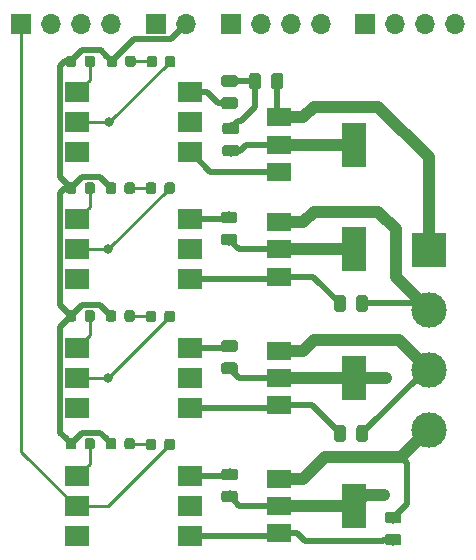
<source format=gtl>
G04 #@! TF.GenerationSoftware,KiCad,Pcbnew,5.0.2-bee76a0~70~ubuntu18.04.1*
G04 #@! TF.CreationDate,2020-07-21T15:58:49+05:30*
G04 #@! TF.ProjectId,switch_board_v1.1,73776974-6368-45f6-926f-6172645f7631,rev?*
G04 #@! TF.SameCoordinates,Original*
G04 #@! TF.FileFunction,Copper,L1,Top*
G04 #@! TF.FilePolarity,Positive*
%FSLAX46Y46*%
G04 Gerber Fmt 4.6, Leading zero omitted, Abs format (unit mm)*
G04 Created by KiCad (PCBNEW 5.0.2-bee76a0~70~ubuntu18.04.1) date Tue Jul 21 15:58:49 2020*
%MOMM*%
%LPD*%
G01*
G04 APERTURE LIST*
G04 #@! TA.AperFunction,Conductor*
%ADD10C,0.100000*%
G04 #@! TD*
G04 #@! TA.AperFunction,SMDPad,CuDef*
%ADD11C,0.875000*%
G04 #@! TD*
G04 #@! TA.AperFunction,SMDPad,CuDef*
%ADD12R,2.000000X3.800000*%
G04 #@! TD*
G04 #@! TA.AperFunction,SMDPad,CuDef*
%ADD13R,2.000000X1.500000*%
G04 #@! TD*
G04 #@! TA.AperFunction,ComponentPad*
%ADD14R,1.700000X1.700000*%
G04 #@! TD*
G04 #@! TA.AperFunction,ComponentPad*
%ADD15O,1.700000X1.700000*%
G04 #@! TD*
G04 #@! TA.AperFunction,SMDPad,CuDef*
%ADD16R,2.000000X1.780000*%
G04 #@! TD*
G04 #@! TA.AperFunction,ComponentPad*
%ADD17C,3.000000*%
G04 #@! TD*
G04 #@! TA.AperFunction,ComponentPad*
%ADD18R,3.000000X3.000000*%
G04 #@! TD*
G04 #@! TA.AperFunction,SMDPad,CuDef*
%ADD19C,0.975000*%
G04 #@! TD*
G04 #@! TA.AperFunction,ViaPad*
%ADD20C,0.800000*%
G04 #@! TD*
G04 #@! TA.AperFunction,Conductor*
%ADD21C,1.000000*%
G04 #@! TD*
G04 #@! TA.AperFunction,Conductor*
%ADD22C,0.500000*%
G04 #@! TD*
G04 #@! TA.AperFunction,Conductor*
%ADD23C,0.250000*%
G04 #@! TD*
G04 APERTURE END LIST*
D10*
G04 #@! TO.N,Net-(D1-Pad2)*
G04 #@! TO.C,D1*
G36*
X103437691Y-80126053D02*
X103458926Y-80129203D01*
X103479750Y-80134419D01*
X103499962Y-80141651D01*
X103519368Y-80150830D01*
X103537781Y-80161866D01*
X103555024Y-80174654D01*
X103570930Y-80189070D01*
X103585346Y-80204976D01*
X103598134Y-80222219D01*
X103609170Y-80240632D01*
X103618349Y-80260038D01*
X103625581Y-80280250D01*
X103630797Y-80301074D01*
X103633947Y-80322309D01*
X103635000Y-80343750D01*
X103635000Y-80856250D01*
X103633947Y-80877691D01*
X103630797Y-80898926D01*
X103625581Y-80919750D01*
X103618349Y-80939962D01*
X103609170Y-80959368D01*
X103598134Y-80977781D01*
X103585346Y-80995024D01*
X103570930Y-81010930D01*
X103555024Y-81025346D01*
X103537781Y-81038134D01*
X103519368Y-81049170D01*
X103499962Y-81058349D01*
X103479750Y-81065581D01*
X103458926Y-81070797D01*
X103437691Y-81073947D01*
X103416250Y-81075000D01*
X102978750Y-81075000D01*
X102957309Y-81073947D01*
X102936074Y-81070797D01*
X102915250Y-81065581D01*
X102895038Y-81058349D01*
X102875632Y-81049170D01*
X102857219Y-81038134D01*
X102839976Y-81025346D01*
X102824070Y-81010930D01*
X102809654Y-80995024D01*
X102796866Y-80977781D01*
X102785830Y-80959368D01*
X102776651Y-80939962D01*
X102769419Y-80919750D01*
X102764203Y-80898926D01*
X102761053Y-80877691D01*
X102760000Y-80856250D01*
X102760000Y-80343750D01*
X102761053Y-80322309D01*
X102764203Y-80301074D01*
X102769419Y-80280250D01*
X102776651Y-80260038D01*
X102785830Y-80240632D01*
X102796866Y-80222219D01*
X102809654Y-80204976D01*
X102824070Y-80189070D01*
X102839976Y-80174654D01*
X102857219Y-80161866D01*
X102875632Y-80150830D01*
X102895038Y-80141651D01*
X102915250Y-80134419D01*
X102936074Y-80129203D01*
X102957309Y-80126053D01*
X102978750Y-80125000D01*
X103416250Y-80125000D01*
X103437691Y-80126053D01*
X103437691Y-80126053D01*
G37*
D11*
G04 #@! TD*
G04 #@! TO.P,D1,2*
G04 #@! TO.N,Net-(D1-Pad2)*
X103197500Y-80600000D03*
D10*
G04 #@! TO.N,/Relay_1/DIN*
G04 #@! TO.C,D1*
G36*
X105012691Y-80126053D02*
X105033926Y-80129203D01*
X105054750Y-80134419D01*
X105074962Y-80141651D01*
X105094368Y-80150830D01*
X105112781Y-80161866D01*
X105130024Y-80174654D01*
X105145930Y-80189070D01*
X105160346Y-80204976D01*
X105173134Y-80222219D01*
X105184170Y-80240632D01*
X105193349Y-80260038D01*
X105200581Y-80280250D01*
X105205797Y-80301074D01*
X105208947Y-80322309D01*
X105210000Y-80343750D01*
X105210000Y-80856250D01*
X105208947Y-80877691D01*
X105205797Y-80898926D01*
X105200581Y-80919750D01*
X105193349Y-80939962D01*
X105184170Y-80959368D01*
X105173134Y-80977781D01*
X105160346Y-80995024D01*
X105145930Y-81010930D01*
X105130024Y-81025346D01*
X105112781Y-81038134D01*
X105094368Y-81049170D01*
X105074962Y-81058349D01*
X105054750Y-81065581D01*
X105033926Y-81070797D01*
X105012691Y-81073947D01*
X104991250Y-81075000D01*
X104553750Y-81075000D01*
X104532309Y-81073947D01*
X104511074Y-81070797D01*
X104490250Y-81065581D01*
X104470038Y-81058349D01*
X104450632Y-81049170D01*
X104432219Y-81038134D01*
X104414976Y-81025346D01*
X104399070Y-81010930D01*
X104384654Y-80995024D01*
X104371866Y-80977781D01*
X104360830Y-80959368D01*
X104351651Y-80939962D01*
X104344419Y-80919750D01*
X104339203Y-80898926D01*
X104336053Y-80877691D01*
X104335000Y-80856250D01*
X104335000Y-80343750D01*
X104336053Y-80322309D01*
X104339203Y-80301074D01*
X104344419Y-80280250D01*
X104351651Y-80260038D01*
X104360830Y-80240632D01*
X104371866Y-80222219D01*
X104384654Y-80204976D01*
X104399070Y-80189070D01*
X104414976Y-80174654D01*
X104432219Y-80161866D01*
X104450632Y-80150830D01*
X104470038Y-80141651D01*
X104490250Y-80134419D01*
X104511074Y-80129203D01*
X104532309Y-80126053D01*
X104553750Y-80125000D01*
X104991250Y-80125000D01*
X105012691Y-80126053D01*
X105012691Y-80126053D01*
G37*
D11*
G04 #@! TD*
G04 #@! TO.P,D1,1*
G04 #@! TO.N,/Relay_1/DIN*
X104772500Y-80600000D03*
D12*
G04 #@! TO.P,D2,4*
G04 #@! TO.N,/ACIN2*
X120370000Y-85800000D03*
D13*
G04 #@! TO.P,D2,2*
X114070000Y-85800000D03*
G04 #@! TO.P,D2,3*
G04 #@! TO.N,/Relay_1/AL2*
X114070000Y-88100000D03*
G04 #@! TO.P,D2,1*
G04 #@! TO.N,/ACO2*
X114070000Y-83500000D03*
G04 #@! TD*
D10*
G04 #@! TO.N,/Relay_3/DIN*
G04 #@! TO.C,D3*
G36*
X105012691Y-101826053D02*
X105033926Y-101829203D01*
X105054750Y-101834419D01*
X105074962Y-101841651D01*
X105094368Y-101850830D01*
X105112781Y-101861866D01*
X105130024Y-101874654D01*
X105145930Y-101889070D01*
X105160346Y-101904976D01*
X105173134Y-101922219D01*
X105184170Y-101940632D01*
X105193349Y-101960038D01*
X105200581Y-101980250D01*
X105205797Y-102001074D01*
X105208947Y-102022309D01*
X105210000Y-102043750D01*
X105210000Y-102556250D01*
X105208947Y-102577691D01*
X105205797Y-102598926D01*
X105200581Y-102619750D01*
X105193349Y-102639962D01*
X105184170Y-102659368D01*
X105173134Y-102677781D01*
X105160346Y-102695024D01*
X105145930Y-102710930D01*
X105130024Y-102725346D01*
X105112781Y-102738134D01*
X105094368Y-102749170D01*
X105074962Y-102758349D01*
X105054750Y-102765581D01*
X105033926Y-102770797D01*
X105012691Y-102773947D01*
X104991250Y-102775000D01*
X104553750Y-102775000D01*
X104532309Y-102773947D01*
X104511074Y-102770797D01*
X104490250Y-102765581D01*
X104470038Y-102758349D01*
X104450632Y-102749170D01*
X104432219Y-102738134D01*
X104414976Y-102725346D01*
X104399070Y-102710930D01*
X104384654Y-102695024D01*
X104371866Y-102677781D01*
X104360830Y-102659368D01*
X104351651Y-102639962D01*
X104344419Y-102619750D01*
X104339203Y-102598926D01*
X104336053Y-102577691D01*
X104335000Y-102556250D01*
X104335000Y-102043750D01*
X104336053Y-102022309D01*
X104339203Y-102001074D01*
X104344419Y-101980250D01*
X104351651Y-101960038D01*
X104360830Y-101940632D01*
X104371866Y-101922219D01*
X104384654Y-101904976D01*
X104399070Y-101889070D01*
X104414976Y-101874654D01*
X104432219Y-101861866D01*
X104450632Y-101850830D01*
X104470038Y-101841651D01*
X104490250Y-101834419D01*
X104511074Y-101829203D01*
X104532309Y-101826053D01*
X104553750Y-101825000D01*
X104991250Y-101825000D01*
X105012691Y-101826053D01*
X105012691Y-101826053D01*
G37*
D11*
G04 #@! TD*
G04 #@! TO.P,D3,1*
G04 #@! TO.N,/Relay_3/DIN*
X104772500Y-102300000D03*
D10*
G04 #@! TO.N,Net-(D3-Pad2)*
G04 #@! TO.C,D3*
G36*
X103437691Y-101826053D02*
X103458926Y-101829203D01*
X103479750Y-101834419D01*
X103499962Y-101841651D01*
X103519368Y-101850830D01*
X103537781Y-101861866D01*
X103555024Y-101874654D01*
X103570930Y-101889070D01*
X103585346Y-101904976D01*
X103598134Y-101922219D01*
X103609170Y-101940632D01*
X103618349Y-101960038D01*
X103625581Y-101980250D01*
X103630797Y-102001074D01*
X103633947Y-102022309D01*
X103635000Y-102043750D01*
X103635000Y-102556250D01*
X103633947Y-102577691D01*
X103630797Y-102598926D01*
X103625581Y-102619750D01*
X103618349Y-102639962D01*
X103609170Y-102659368D01*
X103598134Y-102677781D01*
X103585346Y-102695024D01*
X103570930Y-102710930D01*
X103555024Y-102725346D01*
X103537781Y-102738134D01*
X103519368Y-102749170D01*
X103499962Y-102758349D01*
X103479750Y-102765581D01*
X103458926Y-102770797D01*
X103437691Y-102773947D01*
X103416250Y-102775000D01*
X102978750Y-102775000D01*
X102957309Y-102773947D01*
X102936074Y-102770797D01*
X102915250Y-102765581D01*
X102895038Y-102758349D01*
X102875632Y-102749170D01*
X102857219Y-102738134D01*
X102839976Y-102725346D01*
X102824070Y-102710930D01*
X102809654Y-102695024D01*
X102796866Y-102677781D01*
X102785830Y-102659368D01*
X102776651Y-102639962D01*
X102769419Y-102619750D01*
X102764203Y-102598926D01*
X102761053Y-102577691D01*
X102760000Y-102556250D01*
X102760000Y-102043750D01*
X102761053Y-102022309D01*
X102764203Y-102001074D01*
X102769419Y-101980250D01*
X102776651Y-101960038D01*
X102785830Y-101940632D01*
X102796866Y-101922219D01*
X102809654Y-101904976D01*
X102824070Y-101889070D01*
X102839976Y-101874654D01*
X102857219Y-101861866D01*
X102875632Y-101850830D01*
X102895038Y-101841651D01*
X102915250Y-101834419D01*
X102936074Y-101829203D01*
X102957309Y-101826053D01*
X102978750Y-101825000D01*
X103416250Y-101825000D01*
X103437691Y-101826053D01*
X103437691Y-101826053D01*
G37*
D11*
G04 #@! TD*
G04 #@! TO.P,D3,2*
G04 #@! TO.N,Net-(D3-Pad2)*
X103197500Y-102300000D03*
D12*
G04 #@! TO.P,D4,4*
G04 #@! TO.N,/ACIN4*
X120370000Y-107533332D03*
D13*
G04 #@! TO.P,D4,2*
X114070000Y-107533332D03*
G04 #@! TO.P,D4,3*
G04 #@! TO.N,/Relay_3/AL2*
X114070000Y-109833332D03*
G04 #@! TO.P,D4,1*
G04 #@! TO.N,/ACO4*
X114070000Y-105233332D03*
G04 #@! TD*
D10*
G04 #@! TO.N,/Relay_2/DIN*
G04 #@! TO.C,D5*
G36*
X105012691Y-90996053D02*
X105033926Y-90999203D01*
X105054750Y-91004419D01*
X105074962Y-91011651D01*
X105094368Y-91020830D01*
X105112781Y-91031866D01*
X105130024Y-91044654D01*
X105145930Y-91059070D01*
X105160346Y-91074976D01*
X105173134Y-91092219D01*
X105184170Y-91110632D01*
X105193349Y-91130038D01*
X105200581Y-91150250D01*
X105205797Y-91171074D01*
X105208947Y-91192309D01*
X105210000Y-91213750D01*
X105210000Y-91726250D01*
X105208947Y-91747691D01*
X105205797Y-91768926D01*
X105200581Y-91789750D01*
X105193349Y-91809962D01*
X105184170Y-91829368D01*
X105173134Y-91847781D01*
X105160346Y-91865024D01*
X105145930Y-91880930D01*
X105130024Y-91895346D01*
X105112781Y-91908134D01*
X105094368Y-91919170D01*
X105074962Y-91928349D01*
X105054750Y-91935581D01*
X105033926Y-91940797D01*
X105012691Y-91943947D01*
X104991250Y-91945000D01*
X104553750Y-91945000D01*
X104532309Y-91943947D01*
X104511074Y-91940797D01*
X104490250Y-91935581D01*
X104470038Y-91928349D01*
X104450632Y-91919170D01*
X104432219Y-91908134D01*
X104414976Y-91895346D01*
X104399070Y-91880930D01*
X104384654Y-91865024D01*
X104371866Y-91847781D01*
X104360830Y-91829368D01*
X104351651Y-91809962D01*
X104344419Y-91789750D01*
X104339203Y-91768926D01*
X104336053Y-91747691D01*
X104335000Y-91726250D01*
X104335000Y-91213750D01*
X104336053Y-91192309D01*
X104339203Y-91171074D01*
X104344419Y-91150250D01*
X104351651Y-91130038D01*
X104360830Y-91110632D01*
X104371866Y-91092219D01*
X104384654Y-91074976D01*
X104399070Y-91059070D01*
X104414976Y-91044654D01*
X104432219Y-91031866D01*
X104450632Y-91020830D01*
X104470038Y-91011651D01*
X104490250Y-91004419D01*
X104511074Y-90999203D01*
X104532309Y-90996053D01*
X104553750Y-90995000D01*
X104991250Y-90995000D01*
X105012691Y-90996053D01*
X105012691Y-90996053D01*
G37*
D11*
G04 #@! TD*
G04 #@! TO.P,D5,1*
G04 #@! TO.N,/Relay_2/DIN*
X104772500Y-91470000D03*
D10*
G04 #@! TO.N,Net-(D5-Pad2)*
G04 #@! TO.C,D5*
G36*
X103437691Y-90996053D02*
X103458926Y-90999203D01*
X103479750Y-91004419D01*
X103499962Y-91011651D01*
X103519368Y-91020830D01*
X103537781Y-91031866D01*
X103555024Y-91044654D01*
X103570930Y-91059070D01*
X103585346Y-91074976D01*
X103598134Y-91092219D01*
X103609170Y-91110632D01*
X103618349Y-91130038D01*
X103625581Y-91150250D01*
X103630797Y-91171074D01*
X103633947Y-91192309D01*
X103635000Y-91213750D01*
X103635000Y-91726250D01*
X103633947Y-91747691D01*
X103630797Y-91768926D01*
X103625581Y-91789750D01*
X103618349Y-91809962D01*
X103609170Y-91829368D01*
X103598134Y-91847781D01*
X103585346Y-91865024D01*
X103570930Y-91880930D01*
X103555024Y-91895346D01*
X103537781Y-91908134D01*
X103519368Y-91919170D01*
X103499962Y-91928349D01*
X103479750Y-91935581D01*
X103458926Y-91940797D01*
X103437691Y-91943947D01*
X103416250Y-91945000D01*
X102978750Y-91945000D01*
X102957309Y-91943947D01*
X102936074Y-91940797D01*
X102915250Y-91935581D01*
X102895038Y-91928349D01*
X102875632Y-91919170D01*
X102857219Y-91908134D01*
X102839976Y-91895346D01*
X102824070Y-91880930D01*
X102809654Y-91865024D01*
X102796866Y-91847781D01*
X102785830Y-91829368D01*
X102776651Y-91809962D01*
X102769419Y-91789750D01*
X102764203Y-91768926D01*
X102761053Y-91747691D01*
X102760000Y-91726250D01*
X102760000Y-91213750D01*
X102761053Y-91192309D01*
X102764203Y-91171074D01*
X102769419Y-91150250D01*
X102776651Y-91130038D01*
X102785830Y-91110632D01*
X102796866Y-91092219D01*
X102809654Y-91074976D01*
X102824070Y-91059070D01*
X102839976Y-91044654D01*
X102857219Y-91031866D01*
X102875632Y-91020830D01*
X102895038Y-91011651D01*
X102915250Y-91004419D01*
X102936074Y-90999203D01*
X102957309Y-90996053D01*
X102978750Y-90995000D01*
X103416250Y-90995000D01*
X103437691Y-90996053D01*
X103437691Y-90996053D01*
G37*
D11*
G04 #@! TD*
G04 #@! TO.P,D5,2*
G04 #@! TO.N,Net-(D5-Pad2)*
X103197500Y-91470000D03*
D13*
G04 #@! TO.P,D6,1*
G04 #@! TO.N,/ACO3*
X114070000Y-94366666D03*
G04 #@! TO.P,D6,3*
G04 #@! TO.N,/Relay_2/AL2*
X114070000Y-98966666D03*
G04 #@! TO.P,D6,2*
G04 #@! TO.N,/ACIN3*
X114070000Y-96666666D03*
D12*
G04 #@! TO.P,D6,4*
X120370000Y-96666666D03*
G04 #@! TD*
D10*
G04 #@! TO.N,Net-(D7-Pad2)*
G04 #@! TO.C,D7*
G36*
X103497691Y-69426053D02*
X103518926Y-69429203D01*
X103539750Y-69434419D01*
X103559962Y-69441651D01*
X103579368Y-69450830D01*
X103597781Y-69461866D01*
X103615024Y-69474654D01*
X103630930Y-69489070D01*
X103645346Y-69504976D01*
X103658134Y-69522219D01*
X103669170Y-69540632D01*
X103678349Y-69560038D01*
X103685581Y-69580250D01*
X103690797Y-69601074D01*
X103693947Y-69622309D01*
X103695000Y-69643750D01*
X103695000Y-70156250D01*
X103693947Y-70177691D01*
X103690797Y-70198926D01*
X103685581Y-70219750D01*
X103678349Y-70239962D01*
X103669170Y-70259368D01*
X103658134Y-70277781D01*
X103645346Y-70295024D01*
X103630930Y-70310930D01*
X103615024Y-70325346D01*
X103597781Y-70338134D01*
X103579368Y-70349170D01*
X103559962Y-70358349D01*
X103539750Y-70365581D01*
X103518926Y-70370797D01*
X103497691Y-70373947D01*
X103476250Y-70375000D01*
X103038750Y-70375000D01*
X103017309Y-70373947D01*
X102996074Y-70370797D01*
X102975250Y-70365581D01*
X102955038Y-70358349D01*
X102935632Y-70349170D01*
X102917219Y-70338134D01*
X102899976Y-70325346D01*
X102884070Y-70310930D01*
X102869654Y-70295024D01*
X102856866Y-70277781D01*
X102845830Y-70259368D01*
X102836651Y-70239962D01*
X102829419Y-70219750D01*
X102824203Y-70198926D01*
X102821053Y-70177691D01*
X102820000Y-70156250D01*
X102820000Y-69643750D01*
X102821053Y-69622309D01*
X102824203Y-69601074D01*
X102829419Y-69580250D01*
X102836651Y-69560038D01*
X102845830Y-69540632D01*
X102856866Y-69522219D01*
X102869654Y-69504976D01*
X102884070Y-69489070D01*
X102899976Y-69474654D01*
X102917219Y-69461866D01*
X102935632Y-69450830D01*
X102955038Y-69441651D01*
X102975250Y-69434419D01*
X102996074Y-69429203D01*
X103017309Y-69426053D01*
X103038750Y-69425000D01*
X103476250Y-69425000D01*
X103497691Y-69426053D01*
X103497691Y-69426053D01*
G37*
D11*
G04 #@! TD*
G04 #@! TO.P,D7,2*
G04 #@! TO.N,Net-(D7-Pad2)*
X103257500Y-69900000D03*
D10*
G04 #@! TO.N,/dimmer_1/DIN*
G04 #@! TO.C,D7*
G36*
X105072691Y-69426053D02*
X105093926Y-69429203D01*
X105114750Y-69434419D01*
X105134962Y-69441651D01*
X105154368Y-69450830D01*
X105172781Y-69461866D01*
X105190024Y-69474654D01*
X105205930Y-69489070D01*
X105220346Y-69504976D01*
X105233134Y-69522219D01*
X105244170Y-69540632D01*
X105253349Y-69560038D01*
X105260581Y-69580250D01*
X105265797Y-69601074D01*
X105268947Y-69622309D01*
X105270000Y-69643750D01*
X105270000Y-70156250D01*
X105268947Y-70177691D01*
X105265797Y-70198926D01*
X105260581Y-70219750D01*
X105253349Y-70239962D01*
X105244170Y-70259368D01*
X105233134Y-70277781D01*
X105220346Y-70295024D01*
X105205930Y-70310930D01*
X105190024Y-70325346D01*
X105172781Y-70338134D01*
X105154368Y-70349170D01*
X105134962Y-70358349D01*
X105114750Y-70365581D01*
X105093926Y-70370797D01*
X105072691Y-70373947D01*
X105051250Y-70375000D01*
X104613750Y-70375000D01*
X104592309Y-70373947D01*
X104571074Y-70370797D01*
X104550250Y-70365581D01*
X104530038Y-70358349D01*
X104510632Y-70349170D01*
X104492219Y-70338134D01*
X104474976Y-70325346D01*
X104459070Y-70310930D01*
X104444654Y-70295024D01*
X104431866Y-70277781D01*
X104420830Y-70259368D01*
X104411651Y-70239962D01*
X104404419Y-70219750D01*
X104399203Y-70198926D01*
X104396053Y-70177691D01*
X104395000Y-70156250D01*
X104395000Y-69643750D01*
X104396053Y-69622309D01*
X104399203Y-69601074D01*
X104404419Y-69580250D01*
X104411651Y-69560038D01*
X104420830Y-69540632D01*
X104431866Y-69522219D01*
X104444654Y-69504976D01*
X104459070Y-69489070D01*
X104474976Y-69474654D01*
X104492219Y-69461866D01*
X104510632Y-69450830D01*
X104530038Y-69441651D01*
X104550250Y-69434419D01*
X104571074Y-69429203D01*
X104592309Y-69426053D01*
X104613750Y-69425000D01*
X105051250Y-69425000D01*
X105072691Y-69426053D01*
X105072691Y-69426053D01*
G37*
D11*
G04 #@! TD*
G04 #@! TO.P,D7,1*
G04 #@! TO.N,/dimmer_1/DIN*
X104832500Y-69900000D03*
D13*
G04 #@! TO.P,D8,1*
G04 #@! TO.N,/ACO1*
X114070000Y-74620000D03*
G04 #@! TO.P,D8,3*
G04 #@! TO.N,/dimmer_1/AL3*
X114070000Y-79220000D03*
G04 #@! TO.P,D8,2*
G04 #@! TO.N,/ACIN1*
X114070000Y-76920000D03*
D12*
G04 #@! TO.P,D8,4*
X120370000Y-76920000D03*
G04 #@! TD*
D14*
G04 #@! TO.P,J1,1*
G04 #@! TO.N,/ACIN4*
X109950000Y-66675000D03*
D15*
G04 #@! TO.P,J1,2*
G04 #@! TO.N,/ACIN3*
X112490000Y-66675000D03*
G04 #@! TO.P,J1,3*
G04 #@! TO.N,/ACIN2*
X115030000Y-66675000D03*
G04 #@! TO.P,J1,4*
G04 #@! TO.N,/ACIN1*
X117570000Y-66675000D03*
G04 #@! TD*
D14*
G04 #@! TO.P,J2,1*
G04 #@! TO.N,N/C*
X103650000Y-66675000D03*
D15*
G04 #@! TO.P,J2,2*
G04 #@! TO.N,/Relay_1/3.3V*
X106190000Y-66675000D03*
G04 #@! TD*
G04 #@! TO.P,J4,4*
G04 #@! TO.N,/dimmer_1/DIN*
X99845000Y-66675000D03*
G04 #@! TO.P,J4,3*
G04 #@! TO.N,/Relay_1/DIN*
X97305000Y-66675000D03*
G04 #@! TO.P,J4,2*
G04 #@! TO.N,/Relay_2/DIN*
X94765000Y-66675000D03*
D14*
G04 #@! TO.P,J4,1*
G04 #@! TO.N,/Relay_3/DIN*
X92225000Y-66675000D03*
G04 #@! TD*
D15*
G04 #@! TO.P,J5,4*
G04 #@! TO.N,/ACIN4*
X128945000Y-66675000D03*
G04 #@! TO.P,J5,3*
G04 #@! TO.N,/ACIN3*
X126405000Y-66675000D03*
G04 #@! TO.P,J5,2*
G04 #@! TO.N,/ACIN2*
X123865000Y-66675000D03*
D14*
G04 #@! TO.P,J5,1*
G04 #@! TO.N,/ACIN1*
X121325000Y-66675000D03*
G04 #@! TD*
D10*
G04 #@! TO.N,/Relay_1/3.3V*
G04 #@! TO.C,R1*
G36*
X96675191Y-80126053D02*
X96696426Y-80129203D01*
X96717250Y-80134419D01*
X96737462Y-80141651D01*
X96756868Y-80150830D01*
X96775281Y-80161866D01*
X96792524Y-80174654D01*
X96808430Y-80189070D01*
X96822846Y-80204976D01*
X96835634Y-80222219D01*
X96846670Y-80240632D01*
X96855849Y-80260038D01*
X96863081Y-80280250D01*
X96868297Y-80301074D01*
X96871447Y-80322309D01*
X96872500Y-80343750D01*
X96872500Y-80856250D01*
X96871447Y-80877691D01*
X96868297Y-80898926D01*
X96863081Y-80919750D01*
X96855849Y-80939962D01*
X96846670Y-80959368D01*
X96835634Y-80977781D01*
X96822846Y-80995024D01*
X96808430Y-81010930D01*
X96792524Y-81025346D01*
X96775281Y-81038134D01*
X96756868Y-81049170D01*
X96737462Y-81058349D01*
X96717250Y-81065581D01*
X96696426Y-81070797D01*
X96675191Y-81073947D01*
X96653750Y-81075000D01*
X96216250Y-81075000D01*
X96194809Y-81073947D01*
X96173574Y-81070797D01*
X96152750Y-81065581D01*
X96132538Y-81058349D01*
X96113132Y-81049170D01*
X96094719Y-81038134D01*
X96077476Y-81025346D01*
X96061570Y-81010930D01*
X96047154Y-80995024D01*
X96034366Y-80977781D01*
X96023330Y-80959368D01*
X96014151Y-80939962D01*
X96006919Y-80919750D01*
X96001703Y-80898926D01*
X95998553Y-80877691D01*
X95997500Y-80856250D01*
X95997500Y-80343750D01*
X95998553Y-80322309D01*
X96001703Y-80301074D01*
X96006919Y-80280250D01*
X96014151Y-80260038D01*
X96023330Y-80240632D01*
X96034366Y-80222219D01*
X96047154Y-80204976D01*
X96061570Y-80189070D01*
X96077476Y-80174654D01*
X96094719Y-80161866D01*
X96113132Y-80150830D01*
X96132538Y-80141651D01*
X96152750Y-80134419D01*
X96173574Y-80129203D01*
X96194809Y-80126053D01*
X96216250Y-80125000D01*
X96653750Y-80125000D01*
X96675191Y-80126053D01*
X96675191Y-80126053D01*
G37*
D11*
G04 #@! TD*
G04 #@! TO.P,R1,2*
G04 #@! TO.N,/Relay_1/3.3V*
X96435000Y-80600000D03*
D10*
G04 #@! TO.N,Net-(R1-Pad1)*
G04 #@! TO.C,R1*
G36*
X98250191Y-80126053D02*
X98271426Y-80129203D01*
X98292250Y-80134419D01*
X98312462Y-80141651D01*
X98331868Y-80150830D01*
X98350281Y-80161866D01*
X98367524Y-80174654D01*
X98383430Y-80189070D01*
X98397846Y-80204976D01*
X98410634Y-80222219D01*
X98421670Y-80240632D01*
X98430849Y-80260038D01*
X98438081Y-80280250D01*
X98443297Y-80301074D01*
X98446447Y-80322309D01*
X98447500Y-80343750D01*
X98447500Y-80856250D01*
X98446447Y-80877691D01*
X98443297Y-80898926D01*
X98438081Y-80919750D01*
X98430849Y-80939962D01*
X98421670Y-80959368D01*
X98410634Y-80977781D01*
X98397846Y-80995024D01*
X98383430Y-81010930D01*
X98367524Y-81025346D01*
X98350281Y-81038134D01*
X98331868Y-81049170D01*
X98312462Y-81058349D01*
X98292250Y-81065581D01*
X98271426Y-81070797D01*
X98250191Y-81073947D01*
X98228750Y-81075000D01*
X97791250Y-81075000D01*
X97769809Y-81073947D01*
X97748574Y-81070797D01*
X97727750Y-81065581D01*
X97707538Y-81058349D01*
X97688132Y-81049170D01*
X97669719Y-81038134D01*
X97652476Y-81025346D01*
X97636570Y-81010930D01*
X97622154Y-80995024D01*
X97609366Y-80977781D01*
X97598330Y-80959368D01*
X97589151Y-80939962D01*
X97581919Y-80919750D01*
X97576703Y-80898926D01*
X97573553Y-80877691D01*
X97572500Y-80856250D01*
X97572500Y-80343750D01*
X97573553Y-80322309D01*
X97576703Y-80301074D01*
X97581919Y-80280250D01*
X97589151Y-80260038D01*
X97598330Y-80240632D01*
X97609366Y-80222219D01*
X97622154Y-80204976D01*
X97636570Y-80189070D01*
X97652476Y-80174654D01*
X97669719Y-80161866D01*
X97688132Y-80150830D01*
X97707538Y-80141651D01*
X97727750Y-80134419D01*
X97748574Y-80129203D01*
X97769809Y-80126053D01*
X97791250Y-80125000D01*
X98228750Y-80125000D01*
X98250191Y-80126053D01*
X98250191Y-80126053D01*
G37*
D11*
G04 #@! TD*
G04 #@! TO.P,R1,1*
G04 #@! TO.N,Net-(R1-Pad1)*
X98010000Y-80600000D03*
D10*
G04 #@! TO.N,/Relay_1/3.3V*
G04 #@! TO.C,R2*
G36*
X100056441Y-80126053D02*
X100077676Y-80129203D01*
X100098500Y-80134419D01*
X100118712Y-80141651D01*
X100138118Y-80150830D01*
X100156531Y-80161866D01*
X100173774Y-80174654D01*
X100189680Y-80189070D01*
X100204096Y-80204976D01*
X100216884Y-80222219D01*
X100227920Y-80240632D01*
X100237099Y-80260038D01*
X100244331Y-80280250D01*
X100249547Y-80301074D01*
X100252697Y-80322309D01*
X100253750Y-80343750D01*
X100253750Y-80856250D01*
X100252697Y-80877691D01*
X100249547Y-80898926D01*
X100244331Y-80919750D01*
X100237099Y-80939962D01*
X100227920Y-80959368D01*
X100216884Y-80977781D01*
X100204096Y-80995024D01*
X100189680Y-81010930D01*
X100173774Y-81025346D01*
X100156531Y-81038134D01*
X100138118Y-81049170D01*
X100118712Y-81058349D01*
X100098500Y-81065581D01*
X100077676Y-81070797D01*
X100056441Y-81073947D01*
X100035000Y-81075000D01*
X99597500Y-81075000D01*
X99576059Y-81073947D01*
X99554824Y-81070797D01*
X99534000Y-81065581D01*
X99513788Y-81058349D01*
X99494382Y-81049170D01*
X99475969Y-81038134D01*
X99458726Y-81025346D01*
X99442820Y-81010930D01*
X99428404Y-80995024D01*
X99415616Y-80977781D01*
X99404580Y-80959368D01*
X99395401Y-80939962D01*
X99388169Y-80919750D01*
X99382953Y-80898926D01*
X99379803Y-80877691D01*
X99378750Y-80856250D01*
X99378750Y-80343750D01*
X99379803Y-80322309D01*
X99382953Y-80301074D01*
X99388169Y-80280250D01*
X99395401Y-80260038D01*
X99404580Y-80240632D01*
X99415616Y-80222219D01*
X99428404Y-80204976D01*
X99442820Y-80189070D01*
X99458726Y-80174654D01*
X99475969Y-80161866D01*
X99494382Y-80150830D01*
X99513788Y-80141651D01*
X99534000Y-80134419D01*
X99554824Y-80129203D01*
X99576059Y-80126053D01*
X99597500Y-80125000D01*
X100035000Y-80125000D01*
X100056441Y-80126053D01*
X100056441Y-80126053D01*
G37*
D11*
G04 #@! TD*
G04 #@! TO.P,R2,1*
G04 #@! TO.N,/Relay_1/3.3V*
X99816250Y-80600000D03*
D10*
G04 #@! TO.N,Net-(D1-Pad2)*
G04 #@! TO.C,R2*
G36*
X101631441Y-80126053D02*
X101652676Y-80129203D01*
X101673500Y-80134419D01*
X101693712Y-80141651D01*
X101713118Y-80150830D01*
X101731531Y-80161866D01*
X101748774Y-80174654D01*
X101764680Y-80189070D01*
X101779096Y-80204976D01*
X101791884Y-80222219D01*
X101802920Y-80240632D01*
X101812099Y-80260038D01*
X101819331Y-80280250D01*
X101824547Y-80301074D01*
X101827697Y-80322309D01*
X101828750Y-80343750D01*
X101828750Y-80856250D01*
X101827697Y-80877691D01*
X101824547Y-80898926D01*
X101819331Y-80919750D01*
X101812099Y-80939962D01*
X101802920Y-80959368D01*
X101791884Y-80977781D01*
X101779096Y-80995024D01*
X101764680Y-81010930D01*
X101748774Y-81025346D01*
X101731531Y-81038134D01*
X101713118Y-81049170D01*
X101693712Y-81058349D01*
X101673500Y-81065581D01*
X101652676Y-81070797D01*
X101631441Y-81073947D01*
X101610000Y-81075000D01*
X101172500Y-81075000D01*
X101151059Y-81073947D01*
X101129824Y-81070797D01*
X101109000Y-81065581D01*
X101088788Y-81058349D01*
X101069382Y-81049170D01*
X101050969Y-81038134D01*
X101033726Y-81025346D01*
X101017820Y-81010930D01*
X101003404Y-80995024D01*
X100990616Y-80977781D01*
X100979580Y-80959368D01*
X100970401Y-80939962D01*
X100963169Y-80919750D01*
X100957953Y-80898926D01*
X100954803Y-80877691D01*
X100953750Y-80856250D01*
X100953750Y-80343750D01*
X100954803Y-80322309D01*
X100957953Y-80301074D01*
X100963169Y-80280250D01*
X100970401Y-80260038D01*
X100979580Y-80240632D01*
X100990616Y-80222219D01*
X101003404Y-80204976D01*
X101017820Y-80189070D01*
X101033726Y-80174654D01*
X101050969Y-80161866D01*
X101069382Y-80150830D01*
X101088788Y-80141651D01*
X101109000Y-80134419D01*
X101129824Y-80129203D01*
X101151059Y-80126053D01*
X101172500Y-80125000D01*
X101610000Y-80125000D01*
X101631441Y-80126053D01*
X101631441Y-80126053D01*
G37*
D11*
G04 #@! TD*
G04 #@! TO.P,R2,2*
G04 #@! TO.N,Net-(D1-Pad2)*
X101391250Y-80600000D03*
D10*
G04 #@! TO.N,/Relay_1/3.3V*
G04 #@! TO.C,R5*
G36*
X96675191Y-101786053D02*
X96696426Y-101789203D01*
X96717250Y-101794419D01*
X96737462Y-101801651D01*
X96756868Y-101810830D01*
X96775281Y-101821866D01*
X96792524Y-101834654D01*
X96808430Y-101849070D01*
X96822846Y-101864976D01*
X96835634Y-101882219D01*
X96846670Y-101900632D01*
X96855849Y-101920038D01*
X96863081Y-101940250D01*
X96868297Y-101961074D01*
X96871447Y-101982309D01*
X96872500Y-102003750D01*
X96872500Y-102516250D01*
X96871447Y-102537691D01*
X96868297Y-102558926D01*
X96863081Y-102579750D01*
X96855849Y-102599962D01*
X96846670Y-102619368D01*
X96835634Y-102637781D01*
X96822846Y-102655024D01*
X96808430Y-102670930D01*
X96792524Y-102685346D01*
X96775281Y-102698134D01*
X96756868Y-102709170D01*
X96737462Y-102718349D01*
X96717250Y-102725581D01*
X96696426Y-102730797D01*
X96675191Y-102733947D01*
X96653750Y-102735000D01*
X96216250Y-102735000D01*
X96194809Y-102733947D01*
X96173574Y-102730797D01*
X96152750Y-102725581D01*
X96132538Y-102718349D01*
X96113132Y-102709170D01*
X96094719Y-102698134D01*
X96077476Y-102685346D01*
X96061570Y-102670930D01*
X96047154Y-102655024D01*
X96034366Y-102637781D01*
X96023330Y-102619368D01*
X96014151Y-102599962D01*
X96006919Y-102579750D01*
X96001703Y-102558926D01*
X95998553Y-102537691D01*
X95997500Y-102516250D01*
X95997500Y-102003750D01*
X95998553Y-101982309D01*
X96001703Y-101961074D01*
X96006919Y-101940250D01*
X96014151Y-101920038D01*
X96023330Y-101900632D01*
X96034366Y-101882219D01*
X96047154Y-101864976D01*
X96061570Y-101849070D01*
X96077476Y-101834654D01*
X96094719Y-101821866D01*
X96113132Y-101810830D01*
X96132538Y-101801651D01*
X96152750Y-101794419D01*
X96173574Y-101789203D01*
X96194809Y-101786053D01*
X96216250Y-101785000D01*
X96653750Y-101785000D01*
X96675191Y-101786053D01*
X96675191Y-101786053D01*
G37*
D11*
G04 #@! TD*
G04 #@! TO.P,R5,2*
G04 #@! TO.N,/Relay_1/3.3V*
X96435000Y-102260000D03*
D10*
G04 #@! TO.N,Net-(R5-Pad1)*
G04 #@! TO.C,R5*
G36*
X98250191Y-101786053D02*
X98271426Y-101789203D01*
X98292250Y-101794419D01*
X98312462Y-101801651D01*
X98331868Y-101810830D01*
X98350281Y-101821866D01*
X98367524Y-101834654D01*
X98383430Y-101849070D01*
X98397846Y-101864976D01*
X98410634Y-101882219D01*
X98421670Y-101900632D01*
X98430849Y-101920038D01*
X98438081Y-101940250D01*
X98443297Y-101961074D01*
X98446447Y-101982309D01*
X98447500Y-102003750D01*
X98447500Y-102516250D01*
X98446447Y-102537691D01*
X98443297Y-102558926D01*
X98438081Y-102579750D01*
X98430849Y-102599962D01*
X98421670Y-102619368D01*
X98410634Y-102637781D01*
X98397846Y-102655024D01*
X98383430Y-102670930D01*
X98367524Y-102685346D01*
X98350281Y-102698134D01*
X98331868Y-102709170D01*
X98312462Y-102718349D01*
X98292250Y-102725581D01*
X98271426Y-102730797D01*
X98250191Y-102733947D01*
X98228750Y-102735000D01*
X97791250Y-102735000D01*
X97769809Y-102733947D01*
X97748574Y-102730797D01*
X97727750Y-102725581D01*
X97707538Y-102718349D01*
X97688132Y-102709170D01*
X97669719Y-102698134D01*
X97652476Y-102685346D01*
X97636570Y-102670930D01*
X97622154Y-102655024D01*
X97609366Y-102637781D01*
X97598330Y-102619368D01*
X97589151Y-102599962D01*
X97581919Y-102579750D01*
X97576703Y-102558926D01*
X97573553Y-102537691D01*
X97572500Y-102516250D01*
X97572500Y-102003750D01*
X97573553Y-101982309D01*
X97576703Y-101961074D01*
X97581919Y-101940250D01*
X97589151Y-101920038D01*
X97598330Y-101900632D01*
X97609366Y-101882219D01*
X97622154Y-101864976D01*
X97636570Y-101849070D01*
X97652476Y-101834654D01*
X97669719Y-101821866D01*
X97688132Y-101810830D01*
X97707538Y-101801651D01*
X97727750Y-101794419D01*
X97748574Y-101789203D01*
X97769809Y-101786053D01*
X97791250Y-101785000D01*
X98228750Y-101785000D01*
X98250191Y-101786053D01*
X98250191Y-101786053D01*
G37*
D11*
G04 #@! TD*
G04 #@! TO.P,R5,1*
G04 #@! TO.N,Net-(R5-Pad1)*
X98010000Y-102260000D03*
D10*
G04 #@! TO.N,/Relay_1/3.3V*
G04 #@! TO.C,R6*
G36*
X100056441Y-101786053D02*
X100077676Y-101789203D01*
X100098500Y-101794419D01*
X100118712Y-101801651D01*
X100138118Y-101810830D01*
X100156531Y-101821866D01*
X100173774Y-101834654D01*
X100189680Y-101849070D01*
X100204096Y-101864976D01*
X100216884Y-101882219D01*
X100227920Y-101900632D01*
X100237099Y-101920038D01*
X100244331Y-101940250D01*
X100249547Y-101961074D01*
X100252697Y-101982309D01*
X100253750Y-102003750D01*
X100253750Y-102516250D01*
X100252697Y-102537691D01*
X100249547Y-102558926D01*
X100244331Y-102579750D01*
X100237099Y-102599962D01*
X100227920Y-102619368D01*
X100216884Y-102637781D01*
X100204096Y-102655024D01*
X100189680Y-102670930D01*
X100173774Y-102685346D01*
X100156531Y-102698134D01*
X100138118Y-102709170D01*
X100118712Y-102718349D01*
X100098500Y-102725581D01*
X100077676Y-102730797D01*
X100056441Y-102733947D01*
X100035000Y-102735000D01*
X99597500Y-102735000D01*
X99576059Y-102733947D01*
X99554824Y-102730797D01*
X99534000Y-102725581D01*
X99513788Y-102718349D01*
X99494382Y-102709170D01*
X99475969Y-102698134D01*
X99458726Y-102685346D01*
X99442820Y-102670930D01*
X99428404Y-102655024D01*
X99415616Y-102637781D01*
X99404580Y-102619368D01*
X99395401Y-102599962D01*
X99388169Y-102579750D01*
X99382953Y-102558926D01*
X99379803Y-102537691D01*
X99378750Y-102516250D01*
X99378750Y-102003750D01*
X99379803Y-101982309D01*
X99382953Y-101961074D01*
X99388169Y-101940250D01*
X99395401Y-101920038D01*
X99404580Y-101900632D01*
X99415616Y-101882219D01*
X99428404Y-101864976D01*
X99442820Y-101849070D01*
X99458726Y-101834654D01*
X99475969Y-101821866D01*
X99494382Y-101810830D01*
X99513788Y-101801651D01*
X99534000Y-101794419D01*
X99554824Y-101789203D01*
X99576059Y-101786053D01*
X99597500Y-101785000D01*
X100035000Y-101785000D01*
X100056441Y-101786053D01*
X100056441Y-101786053D01*
G37*
D11*
G04 #@! TD*
G04 #@! TO.P,R6,1*
G04 #@! TO.N,/Relay_1/3.3V*
X99816250Y-102260000D03*
D10*
G04 #@! TO.N,Net-(D3-Pad2)*
G04 #@! TO.C,R6*
G36*
X101631441Y-101786053D02*
X101652676Y-101789203D01*
X101673500Y-101794419D01*
X101693712Y-101801651D01*
X101713118Y-101810830D01*
X101731531Y-101821866D01*
X101748774Y-101834654D01*
X101764680Y-101849070D01*
X101779096Y-101864976D01*
X101791884Y-101882219D01*
X101802920Y-101900632D01*
X101812099Y-101920038D01*
X101819331Y-101940250D01*
X101824547Y-101961074D01*
X101827697Y-101982309D01*
X101828750Y-102003750D01*
X101828750Y-102516250D01*
X101827697Y-102537691D01*
X101824547Y-102558926D01*
X101819331Y-102579750D01*
X101812099Y-102599962D01*
X101802920Y-102619368D01*
X101791884Y-102637781D01*
X101779096Y-102655024D01*
X101764680Y-102670930D01*
X101748774Y-102685346D01*
X101731531Y-102698134D01*
X101713118Y-102709170D01*
X101693712Y-102718349D01*
X101673500Y-102725581D01*
X101652676Y-102730797D01*
X101631441Y-102733947D01*
X101610000Y-102735000D01*
X101172500Y-102735000D01*
X101151059Y-102733947D01*
X101129824Y-102730797D01*
X101109000Y-102725581D01*
X101088788Y-102718349D01*
X101069382Y-102709170D01*
X101050969Y-102698134D01*
X101033726Y-102685346D01*
X101017820Y-102670930D01*
X101003404Y-102655024D01*
X100990616Y-102637781D01*
X100979580Y-102619368D01*
X100970401Y-102599962D01*
X100963169Y-102579750D01*
X100957953Y-102558926D01*
X100954803Y-102537691D01*
X100953750Y-102516250D01*
X100953750Y-102003750D01*
X100954803Y-101982309D01*
X100957953Y-101961074D01*
X100963169Y-101940250D01*
X100970401Y-101920038D01*
X100979580Y-101900632D01*
X100990616Y-101882219D01*
X101003404Y-101864976D01*
X101017820Y-101849070D01*
X101033726Y-101834654D01*
X101050969Y-101821866D01*
X101069382Y-101810830D01*
X101088788Y-101801651D01*
X101109000Y-101794419D01*
X101129824Y-101789203D01*
X101151059Y-101786053D01*
X101172500Y-101785000D01*
X101610000Y-101785000D01*
X101631441Y-101786053D01*
X101631441Y-101786053D01*
G37*
D11*
G04 #@! TD*
G04 #@! TO.P,R6,2*
G04 #@! TO.N,Net-(D3-Pad2)*
X101391250Y-102260000D03*
D10*
G04 #@! TO.N,Net-(R9-Pad1)*
G04 #@! TO.C,R9*
G36*
X98250191Y-90956053D02*
X98271426Y-90959203D01*
X98292250Y-90964419D01*
X98312462Y-90971651D01*
X98331868Y-90980830D01*
X98350281Y-90991866D01*
X98367524Y-91004654D01*
X98383430Y-91019070D01*
X98397846Y-91034976D01*
X98410634Y-91052219D01*
X98421670Y-91070632D01*
X98430849Y-91090038D01*
X98438081Y-91110250D01*
X98443297Y-91131074D01*
X98446447Y-91152309D01*
X98447500Y-91173750D01*
X98447500Y-91686250D01*
X98446447Y-91707691D01*
X98443297Y-91728926D01*
X98438081Y-91749750D01*
X98430849Y-91769962D01*
X98421670Y-91789368D01*
X98410634Y-91807781D01*
X98397846Y-91825024D01*
X98383430Y-91840930D01*
X98367524Y-91855346D01*
X98350281Y-91868134D01*
X98331868Y-91879170D01*
X98312462Y-91888349D01*
X98292250Y-91895581D01*
X98271426Y-91900797D01*
X98250191Y-91903947D01*
X98228750Y-91905000D01*
X97791250Y-91905000D01*
X97769809Y-91903947D01*
X97748574Y-91900797D01*
X97727750Y-91895581D01*
X97707538Y-91888349D01*
X97688132Y-91879170D01*
X97669719Y-91868134D01*
X97652476Y-91855346D01*
X97636570Y-91840930D01*
X97622154Y-91825024D01*
X97609366Y-91807781D01*
X97598330Y-91789368D01*
X97589151Y-91769962D01*
X97581919Y-91749750D01*
X97576703Y-91728926D01*
X97573553Y-91707691D01*
X97572500Y-91686250D01*
X97572500Y-91173750D01*
X97573553Y-91152309D01*
X97576703Y-91131074D01*
X97581919Y-91110250D01*
X97589151Y-91090038D01*
X97598330Y-91070632D01*
X97609366Y-91052219D01*
X97622154Y-91034976D01*
X97636570Y-91019070D01*
X97652476Y-91004654D01*
X97669719Y-90991866D01*
X97688132Y-90980830D01*
X97707538Y-90971651D01*
X97727750Y-90964419D01*
X97748574Y-90959203D01*
X97769809Y-90956053D01*
X97791250Y-90955000D01*
X98228750Y-90955000D01*
X98250191Y-90956053D01*
X98250191Y-90956053D01*
G37*
D11*
G04 #@! TD*
G04 #@! TO.P,R9,1*
G04 #@! TO.N,Net-(R9-Pad1)*
X98010000Y-91430000D03*
D10*
G04 #@! TO.N,/Relay_1/3.3V*
G04 #@! TO.C,R9*
G36*
X96675191Y-90956053D02*
X96696426Y-90959203D01*
X96717250Y-90964419D01*
X96737462Y-90971651D01*
X96756868Y-90980830D01*
X96775281Y-90991866D01*
X96792524Y-91004654D01*
X96808430Y-91019070D01*
X96822846Y-91034976D01*
X96835634Y-91052219D01*
X96846670Y-91070632D01*
X96855849Y-91090038D01*
X96863081Y-91110250D01*
X96868297Y-91131074D01*
X96871447Y-91152309D01*
X96872500Y-91173750D01*
X96872500Y-91686250D01*
X96871447Y-91707691D01*
X96868297Y-91728926D01*
X96863081Y-91749750D01*
X96855849Y-91769962D01*
X96846670Y-91789368D01*
X96835634Y-91807781D01*
X96822846Y-91825024D01*
X96808430Y-91840930D01*
X96792524Y-91855346D01*
X96775281Y-91868134D01*
X96756868Y-91879170D01*
X96737462Y-91888349D01*
X96717250Y-91895581D01*
X96696426Y-91900797D01*
X96675191Y-91903947D01*
X96653750Y-91905000D01*
X96216250Y-91905000D01*
X96194809Y-91903947D01*
X96173574Y-91900797D01*
X96152750Y-91895581D01*
X96132538Y-91888349D01*
X96113132Y-91879170D01*
X96094719Y-91868134D01*
X96077476Y-91855346D01*
X96061570Y-91840930D01*
X96047154Y-91825024D01*
X96034366Y-91807781D01*
X96023330Y-91789368D01*
X96014151Y-91769962D01*
X96006919Y-91749750D01*
X96001703Y-91728926D01*
X95998553Y-91707691D01*
X95997500Y-91686250D01*
X95997500Y-91173750D01*
X95998553Y-91152309D01*
X96001703Y-91131074D01*
X96006919Y-91110250D01*
X96014151Y-91090038D01*
X96023330Y-91070632D01*
X96034366Y-91052219D01*
X96047154Y-91034976D01*
X96061570Y-91019070D01*
X96077476Y-91004654D01*
X96094719Y-90991866D01*
X96113132Y-90980830D01*
X96132538Y-90971651D01*
X96152750Y-90964419D01*
X96173574Y-90959203D01*
X96194809Y-90956053D01*
X96216250Y-90955000D01*
X96653750Y-90955000D01*
X96675191Y-90956053D01*
X96675191Y-90956053D01*
G37*
D11*
G04 #@! TD*
G04 #@! TO.P,R9,2*
G04 #@! TO.N,/Relay_1/3.3V*
X96435000Y-91430000D03*
D10*
G04 #@! TO.N,Net-(D5-Pad2)*
G04 #@! TO.C,R10*
G36*
X101631441Y-90956053D02*
X101652676Y-90959203D01*
X101673500Y-90964419D01*
X101693712Y-90971651D01*
X101713118Y-90980830D01*
X101731531Y-90991866D01*
X101748774Y-91004654D01*
X101764680Y-91019070D01*
X101779096Y-91034976D01*
X101791884Y-91052219D01*
X101802920Y-91070632D01*
X101812099Y-91090038D01*
X101819331Y-91110250D01*
X101824547Y-91131074D01*
X101827697Y-91152309D01*
X101828750Y-91173750D01*
X101828750Y-91686250D01*
X101827697Y-91707691D01*
X101824547Y-91728926D01*
X101819331Y-91749750D01*
X101812099Y-91769962D01*
X101802920Y-91789368D01*
X101791884Y-91807781D01*
X101779096Y-91825024D01*
X101764680Y-91840930D01*
X101748774Y-91855346D01*
X101731531Y-91868134D01*
X101713118Y-91879170D01*
X101693712Y-91888349D01*
X101673500Y-91895581D01*
X101652676Y-91900797D01*
X101631441Y-91903947D01*
X101610000Y-91905000D01*
X101172500Y-91905000D01*
X101151059Y-91903947D01*
X101129824Y-91900797D01*
X101109000Y-91895581D01*
X101088788Y-91888349D01*
X101069382Y-91879170D01*
X101050969Y-91868134D01*
X101033726Y-91855346D01*
X101017820Y-91840930D01*
X101003404Y-91825024D01*
X100990616Y-91807781D01*
X100979580Y-91789368D01*
X100970401Y-91769962D01*
X100963169Y-91749750D01*
X100957953Y-91728926D01*
X100954803Y-91707691D01*
X100953750Y-91686250D01*
X100953750Y-91173750D01*
X100954803Y-91152309D01*
X100957953Y-91131074D01*
X100963169Y-91110250D01*
X100970401Y-91090038D01*
X100979580Y-91070632D01*
X100990616Y-91052219D01*
X101003404Y-91034976D01*
X101017820Y-91019070D01*
X101033726Y-91004654D01*
X101050969Y-90991866D01*
X101069382Y-90980830D01*
X101088788Y-90971651D01*
X101109000Y-90964419D01*
X101129824Y-90959203D01*
X101151059Y-90956053D01*
X101172500Y-90955000D01*
X101610000Y-90955000D01*
X101631441Y-90956053D01*
X101631441Y-90956053D01*
G37*
D11*
G04 #@! TD*
G04 #@! TO.P,R10,2*
G04 #@! TO.N,Net-(D5-Pad2)*
X101391250Y-91430000D03*
D10*
G04 #@! TO.N,/Relay_1/3.3V*
G04 #@! TO.C,R10*
G36*
X100056441Y-90956053D02*
X100077676Y-90959203D01*
X100098500Y-90964419D01*
X100118712Y-90971651D01*
X100138118Y-90980830D01*
X100156531Y-90991866D01*
X100173774Y-91004654D01*
X100189680Y-91019070D01*
X100204096Y-91034976D01*
X100216884Y-91052219D01*
X100227920Y-91070632D01*
X100237099Y-91090038D01*
X100244331Y-91110250D01*
X100249547Y-91131074D01*
X100252697Y-91152309D01*
X100253750Y-91173750D01*
X100253750Y-91686250D01*
X100252697Y-91707691D01*
X100249547Y-91728926D01*
X100244331Y-91749750D01*
X100237099Y-91769962D01*
X100227920Y-91789368D01*
X100216884Y-91807781D01*
X100204096Y-91825024D01*
X100189680Y-91840930D01*
X100173774Y-91855346D01*
X100156531Y-91868134D01*
X100138118Y-91879170D01*
X100118712Y-91888349D01*
X100098500Y-91895581D01*
X100077676Y-91900797D01*
X100056441Y-91903947D01*
X100035000Y-91905000D01*
X99597500Y-91905000D01*
X99576059Y-91903947D01*
X99554824Y-91900797D01*
X99534000Y-91895581D01*
X99513788Y-91888349D01*
X99494382Y-91879170D01*
X99475969Y-91868134D01*
X99458726Y-91855346D01*
X99442820Y-91840930D01*
X99428404Y-91825024D01*
X99415616Y-91807781D01*
X99404580Y-91789368D01*
X99395401Y-91769962D01*
X99388169Y-91749750D01*
X99382953Y-91728926D01*
X99379803Y-91707691D01*
X99378750Y-91686250D01*
X99378750Y-91173750D01*
X99379803Y-91152309D01*
X99382953Y-91131074D01*
X99388169Y-91110250D01*
X99395401Y-91090038D01*
X99404580Y-91070632D01*
X99415616Y-91052219D01*
X99428404Y-91034976D01*
X99442820Y-91019070D01*
X99458726Y-91004654D01*
X99475969Y-90991866D01*
X99494382Y-90980830D01*
X99513788Y-90971651D01*
X99534000Y-90964419D01*
X99554824Y-90959203D01*
X99576059Y-90956053D01*
X99597500Y-90955000D01*
X100035000Y-90955000D01*
X100056441Y-90956053D01*
X100056441Y-90956053D01*
G37*
D11*
G04 #@! TD*
G04 #@! TO.P,R10,1*
G04 #@! TO.N,/Relay_1/3.3V*
X99816250Y-91430000D03*
D10*
G04 #@! TO.N,/Relay_1/3.3V*
G04 #@! TO.C,R13*
G36*
X96675191Y-69386053D02*
X96696426Y-69389203D01*
X96717250Y-69394419D01*
X96737462Y-69401651D01*
X96756868Y-69410830D01*
X96775281Y-69421866D01*
X96792524Y-69434654D01*
X96808430Y-69449070D01*
X96822846Y-69464976D01*
X96835634Y-69482219D01*
X96846670Y-69500632D01*
X96855849Y-69520038D01*
X96863081Y-69540250D01*
X96868297Y-69561074D01*
X96871447Y-69582309D01*
X96872500Y-69603750D01*
X96872500Y-70116250D01*
X96871447Y-70137691D01*
X96868297Y-70158926D01*
X96863081Y-70179750D01*
X96855849Y-70199962D01*
X96846670Y-70219368D01*
X96835634Y-70237781D01*
X96822846Y-70255024D01*
X96808430Y-70270930D01*
X96792524Y-70285346D01*
X96775281Y-70298134D01*
X96756868Y-70309170D01*
X96737462Y-70318349D01*
X96717250Y-70325581D01*
X96696426Y-70330797D01*
X96675191Y-70333947D01*
X96653750Y-70335000D01*
X96216250Y-70335000D01*
X96194809Y-70333947D01*
X96173574Y-70330797D01*
X96152750Y-70325581D01*
X96132538Y-70318349D01*
X96113132Y-70309170D01*
X96094719Y-70298134D01*
X96077476Y-70285346D01*
X96061570Y-70270930D01*
X96047154Y-70255024D01*
X96034366Y-70237781D01*
X96023330Y-70219368D01*
X96014151Y-70199962D01*
X96006919Y-70179750D01*
X96001703Y-70158926D01*
X95998553Y-70137691D01*
X95997500Y-70116250D01*
X95997500Y-69603750D01*
X95998553Y-69582309D01*
X96001703Y-69561074D01*
X96006919Y-69540250D01*
X96014151Y-69520038D01*
X96023330Y-69500632D01*
X96034366Y-69482219D01*
X96047154Y-69464976D01*
X96061570Y-69449070D01*
X96077476Y-69434654D01*
X96094719Y-69421866D01*
X96113132Y-69410830D01*
X96132538Y-69401651D01*
X96152750Y-69394419D01*
X96173574Y-69389203D01*
X96194809Y-69386053D01*
X96216250Y-69385000D01*
X96653750Y-69385000D01*
X96675191Y-69386053D01*
X96675191Y-69386053D01*
G37*
D11*
G04 #@! TD*
G04 #@! TO.P,R13,2*
G04 #@! TO.N,/Relay_1/3.3V*
X96435000Y-69860000D03*
D10*
G04 #@! TO.N,Net-(R13-Pad1)*
G04 #@! TO.C,R13*
G36*
X98250191Y-69386053D02*
X98271426Y-69389203D01*
X98292250Y-69394419D01*
X98312462Y-69401651D01*
X98331868Y-69410830D01*
X98350281Y-69421866D01*
X98367524Y-69434654D01*
X98383430Y-69449070D01*
X98397846Y-69464976D01*
X98410634Y-69482219D01*
X98421670Y-69500632D01*
X98430849Y-69520038D01*
X98438081Y-69540250D01*
X98443297Y-69561074D01*
X98446447Y-69582309D01*
X98447500Y-69603750D01*
X98447500Y-70116250D01*
X98446447Y-70137691D01*
X98443297Y-70158926D01*
X98438081Y-70179750D01*
X98430849Y-70199962D01*
X98421670Y-70219368D01*
X98410634Y-70237781D01*
X98397846Y-70255024D01*
X98383430Y-70270930D01*
X98367524Y-70285346D01*
X98350281Y-70298134D01*
X98331868Y-70309170D01*
X98312462Y-70318349D01*
X98292250Y-70325581D01*
X98271426Y-70330797D01*
X98250191Y-70333947D01*
X98228750Y-70335000D01*
X97791250Y-70335000D01*
X97769809Y-70333947D01*
X97748574Y-70330797D01*
X97727750Y-70325581D01*
X97707538Y-70318349D01*
X97688132Y-70309170D01*
X97669719Y-70298134D01*
X97652476Y-70285346D01*
X97636570Y-70270930D01*
X97622154Y-70255024D01*
X97609366Y-70237781D01*
X97598330Y-70219368D01*
X97589151Y-70199962D01*
X97581919Y-70179750D01*
X97576703Y-70158926D01*
X97573553Y-70137691D01*
X97572500Y-70116250D01*
X97572500Y-69603750D01*
X97573553Y-69582309D01*
X97576703Y-69561074D01*
X97581919Y-69540250D01*
X97589151Y-69520038D01*
X97598330Y-69500632D01*
X97609366Y-69482219D01*
X97622154Y-69464976D01*
X97636570Y-69449070D01*
X97652476Y-69434654D01*
X97669719Y-69421866D01*
X97688132Y-69410830D01*
X97707538Y-69401651D01*
X97727750Y-69394419D01*
X97748574Y-69389203D01*
X97769809Y-69386053D01*
X97791250Y-69385000D01*
X98228750Y-69385000D01*
X98250191Y-69386053D01*
X98250191Y-69386053D01*
G37*
D11*
G04 #@! TD*
G04 #@! TO.P,R13,1*
G04 #@! TO.N,Net-(R13-Pad1)*
X98010000Y-69860000D03*
D10*
G04 #@! TO.N,/Relay_1/3.3V*
G04 #@! TO.C,R14*
G36*
X100116441Y-69386053D02*
X100137676Y-69389203D01*
X100158500Y-69394419D01*
X100178712Y-69401651D01*
X100198118Y-69410830D01*
X100216531Y-69421866D01*
X100233774Y-69434654D01*
X100249680Y-69449070D01*
X100264096Y-69464976D01*
X100276884Y-69482219D01*
X100287920Y-69500632D01*
X100297099Y-69520038D01*
X100304331Y-69540250D01*
X100309547Y-69561074D01*
X100312697Y-69582309D01*
X100313750Y-69603750D01*
X100313750Y-70116250D01*
X100312697Y-70137691D01*
X100309547Y-70158926D01*
X100304331Y-70179750D01*
X100297099Y-70199962D01*
X100287920Y-70219368D01*
X100276884Y-70237781D01*
X100264096Y-70255024D01*
X100249680Y-70270930D01*
X100233774Y-70285346D01*
X100216531Y-70298134D01*
X100198118Y-70309170D01*
X100178712Y-70318349D01*
X100158500Y-70325581D01*
X100137676Y-70330797D01*
X100116441Y-70333947D01*
X100095000Y-70335000D01*
X99657500Y-70335000D01*
X99636059Y-70333947D01*
X99614824Y-70330797D01*
X99594000Y-70325581D01*
X99573788Y-70318349D01*
X99554382Y-70309170D01*
X99535969Y-70298134D01*
X99518726Y-70285346D01*
X99502820Y-70270930D01*
X99488404Y-70255024D01*
X99475616Y-70237781D01*
X99464580Y-70219368D01*
X99455401Y-70199962D01*
X99448169Y-70179750D01*
X99442953Y-70158926D01*
X99439803Y-70137691D01*
X99438750Y-70116250D01*
X99438750Y-69603750D01*
X99439803Y-69582309D01*
X99442953Y-69561074D01*
X99448169Y-69540250D01*
X99455401Y-69520038D01*
X99464580Y-69500632D01*
X99475616Y-69482219D01*
X99488404Y-69464976D01*
X99502820Y-69449070D01*
X99518726Y-69434654D01*
X99535969Y-69421866D01*
X99554382Y-69410830D01*
X99573788Y-69401651D01*
X99594000Y-69394419D01*
X99614824Y-69389203D01*
X99636059Y-69386053D01*
X99657500Y-69385000D01*
X100095000Y-69385000D01*
X100116441Y-69386053D01*
X100116441Y-69386053D01*
G37*
D11*
G04 #@! TD*
G04 #@! TO.P,R14,1*
G04 #@! TO.N,/Relay_1/3.3V*
X99876250Y-69860000D03*
D10*
G04 #@! TO.N,Net-(D7-Pad2)*
G04 #@! TO.C,R14*
G36*
X101691441Y-69386053D02*
X101712676Y-69389203D01*
X101733500Y-69394419D01*
X101753712Y-69401651D01*
X101773118Y-69410830D01*
X101791531Y-69421866D01*
X101808774Y-69434654D01*
X101824680Y-69449070D01*
X101839096Y-69464976D01*
X101851884Y-69482219D01*
X101862920Y-69500632D01*
X101872099Y-69520038D01*
X101879331Y-69540250D01*
X101884547Y-69561074D01*
X101887697Y-69582309D01*
X101888750Y-69603750D01*
X101888750Y-70116250D01*
X101887697Y-70137691D01*
X101884547Y-70158926D01*
X101879331Y-70179750D01*
X101872099Y-70199962D01*
X101862920Y-70219368D01*
X101851884Y-70237781D01*
X101839096Y-70255024D01*
X101824680Y-70270930D01*
X101808774Y-70285346D01*
X101791531Y-70298134D01*
X101773118Y-70309170D01*
X101753712Y-70318349D01*
X101733500Y-70325581D01*
X101712676Y-70330797D01*
X101691441Y-70333947D01*
X101670000Y-70335000D01*
X101232500Y-70335000D01*
X101211059Y-70333947D01*
X101189824Y-70330797D01*
X101169000Y-70325581D01*
X101148788Y-70318349D01*
X101129382Y-70309170D01*
X101110969Y-70298134D01*
X101093726Y-70285346D01*
X101077820Y-70270930D01*
X101063404Y-70255024D01*
X101050616Y-70237781D01*
X101039580Y-70219368D01*
X101030401Y-70199962D01*
X101023169Y-70179750D01*
X101017953Y-70158926D01*
X101014803Y-70137691D01*
X101013750Y-70116250D01*
X101013750Y-69603750D01*
X101014803Y-69582309D01*
X101017953Y-69561074D01*
X101023169Y-69540250D01*
X101030401Y-69520038D01*
X101039580Y-69500632D01*
X101050616Y-69482219D01*
X101063404Y-69464976D01*
X101077820Y-69449070D01*
X101093726Y-69434654D01*
X101110969Y-69421866D01*
X101129382Y-69410830D01*
X101148788Y-69401651D01*
X101169000Y-69394419D01*
X101189824Y-69389203D01*
X101211059Y-69386053D01*
X101232500Y-69385000D01*
X101670000Y-69385000D01*
X101691441Y-69386053D01*
X101691441Y-69386053D01*
G37*
D11*
G04 #@! TD*
G04 #@! TO.P,R14,2*
G04 #@! TO.N,Net-(D7-Pad2)*
X101451250Y-69860000D03*
D16*
G04 #@! TO.P,U1,6*
G04 #@! TO.N,/Relay_1/AL1*
X106475000Y-83260000D03*
G04 #@! TO.P,U1,3*
G04 #@! TO.N,N/C*
X96945000Y-88340000D03*
G04 #@! TO.P,U1,5*
X106475000Y-85800000D03*
G04 #@! TO.P,U1,2*
G04 #@! TO.N,/Relay_1/DIN*
X96945000Y-85800000D03*
G04 #@! TO.P,U1,4*
G04 #@! TO.N,/Relay_1/AL2*
X106475000Y-88340000D03*
G04 #@! TO.P,U1,1*
G04 #@! TO.N,Net-(R1-Pad1)*
X96945000Y-83260000D03*
G04 #@! TD*
G04 #@! TO.P,U2,6*
G04 #@! TO.N,/Relay_3/AL1*
X106475000Y-104993332D03*
G04 #@! TO.P,U2,3*
G04 #@! TO.N,N/C*
X96945000Y-110073332D03*
G04 #@! TO.P,U2,5*
X106475000Y-107533332D03*
G04 #@! TO.P,U2,2*
G04 #@! TO.N,/Relay_3/DIN*
X96945000Y-107533332D03*
G04 #@! TO.P,U2,4*
G04 #@! TO.N,/Relay_3/AL2*
X106475000Y-110073332D03*
G04 #@! TO.P,U2,1*
G04 #@! TO.N,Net-(R5-Pad1)*
X96945000Y-104993332D03*
G04 #@! TD*
G04 #@! TO.P,U3,1*
G04 #@! TO.N,Net-(R9-Pad1)*
X96945000Y-94126666D03*
G04 #@! TO.P,U3,4*
G04 #@! TO.N,/Relay_2/AL2*
X106475000Y-99206666D03*
G04 #@! TO.P,U3,2*
G04 #@! TO.N,/Relay_2/DIN*
X96945000Y-96666666D03*
G04 #@! TO.P,U3,5*
G04 #@! TO.N,N/C*
X106475000Y-96666666D03*
G04 #@! TO.P,U3,3*
X96945000Y-99206666D03*
G04 #@! TO.P,U3,6*
G04 #@! TO.N,/Relay_2/AL1*
X106475000Y-94126666D03*
G04 #@! TD*
G04 #@! TO.P,U4,1*
G04 #@! TO.N,Net-(R13-Pad1)*
X96945000Y-72510000D03*
G04 #@! TO.P,U4,4*
G04 #@! TO.N,/dimmer_1/AL3*
X106475000Y-77590000D03*
G04 #@! TO.P,U4,2*
G04 #@! TO.N,/dimmer_1/DIN*
X96945000Y-75050000D03*
G04 #@! TO.P,U4,5*
G04 #@! TO.N,N/C*
X106475000Y-75050000D03*
G04 #@! TO.P,U4,3*
X96945000Y-77590000D03*
G04 #@! TO.P,U4,6*
G04 #@! TO.N,/dimmer_1/AL2*
X106475000Y-72510000D03*
G04 #@! TD*
D17*
G04 #@! TO.P,J3,2*
G04 #@! TO.N,/ACO2*
X126700000Y-90900000D03*
G04 #@! TO.P,J3,3*
G04 #@! TO.N,/ACO3*
X126700000Y-95980000D03*
D18*
G04 #@! TO.P,J3,1*
G04 #@! TO.N,/ACO1*
X126700000Y-85820000D03*
D17*
G04 #@! TO.P,J3,4*
G04 #@! TO.N,/ACO4*
X126700000Y-101060000D03*
G04 #@! TD*
D10*
G04 #@! TO.N,/ACO2*
G04 #@! TO.C,R3*
G36*
X121347642Y-89661174D02*
X121371303Y-89664684D01*
X121394507Y-89670496D01*
X121417029Y-89678554D01*
X121438653Y-89688782D01*
X121459170Y-89701079D01*
X121478383Y-89715329D01*
X121496107Y-89731393D01*
X121512171Y-89749117D01*
X121526421Y-89768330D01*
X121538718Y-89788847D01*
X121548946Y-89810471D01*
X121557004Y-89832993D01*
X121562816Y-89856197D01*
X121566326Y-89879858D01*
X121567500Y-89903750D01*
X121567500Y-90816250D01*
X121566326Y-90840142D01*
X121562816Y-90863803D01*
X121557004Y-90887007D01*
X121548946Y-90909529D01*
X121538718Y-90931153D01*
X121526421Y-90951670D01*
X121512171Y-90970883D01*
X121496107Y-90988607D01*
X121478383Y-91004671D01*
X121459170Y-91018921D01*
X121438653Y-91031218D01*
X121417029Y-91041446D01*
X121394507Y-91049504D01*
X121371303Y-91055316D01*
X121347642Y-91058826D01*
X121323750Y-91060000D01*
X120836250Y-91060000D01*
X120812358Y-91058826D01*
X120788697Y-91055316D01*
X120765493Y-91049504D01*
X120742971Y-91041446D01*
X120721347Y-91031218D01*
X120700830Y-91018921D01*
X120681617Y-91004671D01*
X120663893Y-90988607D01*
X120647829Y-90970883D01*
X120633579Y-90951670D01*
X120621282Y-90931153D01*
X120611054Y-90909529D01*
X120602996Y-90887007D01*
X120597184Y-90863803D01*
X120593674Y-90840142D01*
X120592500Y-90816250D01*
X120592500Y-89903750D01*
X120593674Y-89879858D01*
X120597184Y-89856197D01*
X120602996Y-89832993D01*
X120611054Y-89810471D01*
X120621282Y-89788847D01*
X120633579Y-89768330D01*
X120647829Y-89749117D01*
X120663893Y-89731393D01*
X120681617Y-89715329D01*
X120700830Y-89701079D01*
X120721347Y-89688782D01*
X120742971Y-89678554D01*
X120765493Y-89670496D01*
X120788697Y-89664684D01*
X120812358Y-89661174D01*
X120836250Y-89660000D01*
X121323750Y-89660000D01*
X121347642Y-89661174D01*
X121347642Y-89661174D01*
G37*
D19*
G04 #@! TD*
G04 #@! TO.P,R3,1*
G04 #@! TO.N,/ACO2*
X121080000Y-90360000D03*
D10*
G04 #@! TO.N,/Relay_1/AL2*
G04 #@! TO.C,R3*
G36*
X119472642Y-89661174D02*
X119496303Y-89664684D01*
X119519507Y-89670496D01*
X119542029Y-89678554D01*
X119563653Y-89688782D01*
X119584170Y-89701079D01*
X119603383Y-89715329D01*
X119621107Y-89731393D01*
X119637171Y-89749117D01*
X119651421Y-89768330D01*
X119663718Y-89788847D01*
X119673946Y-89810471D01*
X119682004Y-89832993D01*
X119687816Y-89856197D01*
X119691326Y-89879858D01*
X119692500Y-89903750D01*
X119692500Y-90816250D01*
X119691326Y-90840142D01*
X119687816Y-90863803D01*
X119682004Y-90887007D01*
X119673946Y-90909529D01*
X119663718Y-90931153D01*
X119651421Y-90951670D01*
X119637171Y-90970883D01*
X119621107Y-90988607D01*
X119603383Y-91004671D01*
X119584170Y-91018921D01*
X119563653Y-91031218D01*
X119542029Y-91041446D01*
X119519507Y-91049504D01*
X119496303Y-91055316D01*
X119472642Y-91058826D01*
X119448750Y-91060000D01*
X118961250Y-91060000D01*
X118937358Y-91058826D01*
X118913697Y-91055316D01*
X118890493Y-91049504D01*
X118867971Y-91041446D01*
X118846347Y-91031218D01*
X118825830Y-91018921D01*
X118806617Y-91004671D01*
X118788893Y-90988607D01*
X118772829Y-90970883D01*
X118758579Y-90951670D01*
X118746282Y-90931153D01*
X118736054Y-90909529D01*
X118727996Y-90887007D01*
X118722184Y-90863803D01*
X118718674Y-90840142D01*
X118717500Y-90816250D01*
X118717500Y-89903750D01*
X118718674Y-89879858D01*
X118722184Y-89856197D01*
X118727996Y-89832993D01*
X118736054Y-89810471D01*
X118746282Y-89788847D01*
X118758579Y-89768330D01*
X118772829Y-89749117D01*
X118788893Y-89731393D01*
X118806617Y-89715329D01*
X118825830Y-89701079D01*
X118846347Y-89688782D01*
X118867971Y-89678554D01*
X118890493Y-89670496D01*
X118913697Y-89664684D01*
X118937358Y-89661174D01*
X118961250Y-89660000D01*
X119448750Y-89660000D01*
X119472642Y-89661174D01*
X119472642Y-89661174D01*
G37*
D19*
G04 #@! TD*
G04 #@! TO.P,R3,2*
G04 #@! TO.N,/Relay_1/AL2*
X119205000Y-90360000D03*
D10*
G04 #@! TO.N,/Relay_1/AL1*
G04 #@! TO.C,R4*
G36*
X110280142Y-82596174D02*
X110303803Y-82599684D01*
X110327007Y-82605496D01*
X110349529Y-82613554D01*
X110371153Y-82623782D01*
X110391670Y-82636079D01*
X110410883Y-82650329D01*
X110428607Y-82666393D01*
X110444671Y-82684117D01*
X110458921Y-82703330D01*
X110471218Y-82723847D01*
X110481446Y-82745471D01*
X110489504Y-82767993D01*
X110495316Y-82791197D01*
X110498826Y-82814858D01*
X110500000Y-82838750D01*
X110500000Y-83326250D01*
X110498826Y-83350142D01*
X110495316Y-83373803D01*
X110489504Y-83397007D01*
X110481446Y-83419529D01*
X110471218Y-83441153D01*
X110458921Y-83461670D01*
X110444671Y-83480883D01*
X110428607Y-83498607D01*
X110410883Y-83514671D01*
X110391670Y-83528921D01*
X110371153Y-83541218D01*
X110349529Y-83551446D01*
X110327007Y-83559504D01*
X110303803Y-83565316D01*
X110280142Y-83568826D01*
X110256250Y-83570000D01*
X109343750Y-83570000D01*
X109319858Y-83568826D01*
X109296197Y-83565316D01*
X109272993Y-83559504D01*
X109250471Y-83551446D01*
X109228847Y-83541218D01*
X109208330Y-83528921D01*
X109189117Y-83514671D01*
X109171393Y-83498607D01*
X109155329Y-83480883D01*
X109141079Y-83461670D01*
X109128782Y-83441153D01*
X109118554Y-83419529D01*
X109110496Y-83397007D01*
X109104684Y-83373803D01*
X109101174Y-83350142D01*
X109100000Y-83326250D01*
X109100000Y-82838750D01*
X109101174Y-82814858D01*
X109104684Y-82791197D01*
X109110496Y-82767993D01*
X109118554Y-82745471D01*
X109128782Y-82723847D01*
X109141079Y-82703330D01*
X109155329Y-82684117D01*
X109171393Y-82666393D01*
X109189117Y-82650329D01*
X109208330Y-82636079D01*
X109228847Y-82623782D01*
X109250471Y-82613554D01*
X109272993Y-82605496D01*
X109296197Y-82599684D01*
X109319858Y-82596174D01*
X109343750Y-82595000D01*
X110256250Y-82595000D01*
X110280142Y-82596174D01*
X110280142Y-82596174D01*
G37*
D19*
G04 #@! TD*
G04 #@! TO.P,R4,2*
G04 #@! TO.N,/Relay_1/AL1*
X109800000Y-83082500D03*
D10*
G04 #@! TO.N,/ACIN2*
G04 #@! TO.C,R4*
G36*
X110280142Y-84471174D02*
X110303803Y-84474684D01*
X110327007Y-84480496D01*
X110349529Y-84488554D01*
X110371153Y-84498782D01*
X110391670Y-84511079D01*
X110410883Y-84525329D01*
X110428607Y-84541393D01*
X110444671Y-84559117D01*
X110458921Y-84578330D01*
X110471218Y-84598847D01*
X110481446Y-84620471D01*
X110489504Y-84642993D01*
X110495316Y-84666197D01*
X110498826Y-84689858D01*
X110500000Y-84713750D01*
X110500000Y-85201250D01*
X110498826Y-85225142D01*
X110495316Y-85248803D01*
X110489504Y-85272007D01*
X110481446Y-85294529D01*
X110471218Y-85316153D01*
X110458921Y-85336670D01*
X110444671Y-85355883D01*
X110428607Y-85373607D01*
X110410883Y-85389671D01*
X110391670Y-85403921D01*
X110371153Y-85416218D01*
X110349529Y-85426446D01*
X110327007Y-85434504D01*
X110303803Y-85440316D01*
X110280142Y-85443826D01*
X110256250Y-85445000D01*
X109343750Y-85445000D01*
X109319858Y-85443826D01*
X109296197Y-85440316D01*
X109272993Y-85434504D01*
X109250471Y-85426446D01*
X109228847Y-85416218D01*
X109208330Y-85403921D01*
X109189117Y-85389671D01*
X109171393Y-85373607D01*
X109155329Y-85355883D01*
X109141079Y-85336670D01*
X109128782Y-85316153D01*
X109118554Y-85294529D01*
X109110496Y-85272007D01*
X109104684Y-85248803D01*
X109101174Y-85225142D01*
X109100000Y-85201250D01*
X109100000Y-84713750D01*
X109101174Y-84689858D01*
X109104684Y-84666197D01*
X109110496Y-84642993D01*
X109118554Y-84620471D01*
X109128782Y-84598847D01*
X109141079Y-84578330D01*
X109155329Y-84559117D01*
X109171393Y-84541393D01*
X109189117Y-84525329D01*
X109208330Y-84511079D01*
X109228847Y-84498782D01*
X109250471Y-84488554D01*
X109272993Y-84480496D01*
X109296197Y-84474684D01*
X109319858Y-84471174D01*
X109343750Y-84470000D01*
X110256250Y-84470000D01*
X110280142Y-84471174D01*
X110280142Y-84471174D01*
G37*
D19*
G04 #@! TD*
G04 #@! TO.P,R4,1*
G04 #@! TO.N,/ACIN2*
X109800000Y-84957500D03*
D10*
G04 #@! TO.N,/ACO4*
G04 #@! TO.C,R7*
G36*
X124180142Y-108013674D02*
X124203803Y-108017184D01*
X124227007Y-108022996D01*
X124249529Y-108031054D01*
X124271153Y-108041282D01*
X124291670Y-108053579D01*
X124310883Y-108067829D01*
X124328607Y-108083893D01*
X124344671Y-108101617D01*
X124358921Y-108120830D01*
X124371218Y-108141347D01*
X124381446Y-108162971D01*
X124389504Y-108185493D01*
X124395316Y-108208697D01*
X124398826Y-108232358D01*
X124400000Y-108256250D01*
X124400000Y-108743750D01*
X124398826Y-108767642D01*
X124395316Y-108791303D01*
X124389504Y-108814507D01*
X124381446Y-108837029D01*
X124371218Y-108858653D01*
X124358921Y-108879170D01*
X124344671Y-108898383D01*
X124328607Y-108916107D01*
X124310883Y-108932171D01*
X124291670Y-108946421D01*
X124271153Y-108958718D01*
X124249529Y-108968946D01*
X124227007Y-108977004D01*
X124203803Y-108982816D01*
X124180142Y-108986326D01*
X124156250Y-108987500D01*
X123243750Y-108987500D01*
X123219858Y-108986326D01*
X123196197Y-108982816D01*
X123172993Y-108977004D01*
X123150471Y-108968946D01*
X123128847Y-108958718D01*
X123108330Y-108946421D01*
X123089117Y-108932171D01*
X123071393Y-108916107D01*
X123055329Y-108898383D01*
X123041079Y-108879170D01*
X123028782Y-108858653D01*
X123018554Y-108837029D01*
X123010496Y-108814507D01*
X123004684Y-108791303D01*
X123001174Y-108767642D01*
X123000000Y-108743750D01*
X123000000Y-108256250D01*
X123001174Y-108232358D01*
X123004684Y-108208697D01*
X123010496Y-108185493D01*
X123018554Y-108162971D01*
X123028782Y-108141347D01*
X123041079Y-108120830D01*
X123055329Y-108101617D01*
X123071393Y-108083893D01*
X123089117Y-108067829D01*
X123108330Y-108053579D01*
X123128847Y-108041282D01*
X123150471Y-108031054D01*
X123172993Y-108022996D01*
X123196197Y-108017184D01*
X123219858Y-108013674D01*
X123243750Y-108012500D01*
X124156250Y-108012500D01*
X124180142Y-108013674D01*
X124180142Y-108013674D01*
G37*
D19*
G04 #@! TD*
G04 #@! TO.P,R7,1*
G04 #@! TO.N,/ACO4*
X123700000Y-108500000D03*
D10*
G04 #@! TO.N,/Relay_3/AL2*
G04 #@! TO.C,R7*
G36*
X124180142Y-109888674D02*
X124203803Y-109892184D01*
X124227007Y-109897996D01*
X124249529Y-109906054D01*
X124271153Y-109916282D01*
X124291670Y-109928579D01*
X124310883Y-109942829D01*
X124328607Y-109958893D01*
X124344671Y-109976617D01*
X124358921Y-109995830D01*
X124371218Y-110016347D01*
X124381446Y-110037971D01*
X124389504Y-110060493D01*
X124395316Y-110083697D01*
X124398826Y-110107358D01*
X124400000Y-110131250D01*
X124400000Y-110618750D01*
X124398826Y-110642642D01*
X124395316Y-110666303D01*
X124389504Y-110689507D01*
X124381446Y-110712029D01*
X124371218Y-110733653D01*
X124358921Y-110754170D01*
X124344671Y-110773383D01*
X124328607Y-110791107D01*
X124310883Y-110807171D01*
X124291670Y-110821421D01*
X124271153Y-110833718D01*
X124249529Y-110843946D01*
X124227007Y-110852004D01*
X124203803Y-110857816D01*
X124180142Y-110861326D01*
X124156250Y-110862500D01*
X123243750Y-110862500D01*
X123219858Y-110861326D01*
X123196197Y-110857816D01*
X123172993Y-110852004D01*
X123150471Y-110843946D01*
X123128847Y-110833718D01*
X123108330Y-110821421D01*
X123089117Y-110807171D01*
X123071393Y-110791107D01*
X123055329Y-110773383D01*
X123041079Y-110754170D01*
X123028782Y-110733653D01*
X123018554Y-110712029D01*
X123010496Y-110689507D01*
X123004684Y-110666303D01*
X123001174Y-110642642D01*
X123000000Y-110618750D01*
X123000000Y-110131250D01*
X123001174Y-110107358D01*
X123004684Y-110083697D01*
X123010496Y-110060493D01*
X123018554Y-110037971D01*
X123028782Y-110016347D01*
X123041079Y-109995830D01*
X123055329Y-109976617D01*
X123071393Y-109958893D01*
X123089117Y-109942829D01*
X123108330Y-109928579D01*
X123128847Y-109916282D01*
X123150471Y-109906054D01*
X123172993Y-109897996D01*
X123196197Y-109892184D01*
X123219858Y-109888674D01*
X123243750Y-109887500D01*
X124156250Y-109887500D01*
X124180142Y-109888674D01*
X124180142Y-109888674D01*
G37*
D19*
G04 #@! TD*
G04 #@! TO.P,R7,2*
G04 #@! TO.N,/Relay_3/AL2*
X123700000Y-110375000D03*
D10*
G04 #@! TO.N,/Relay_3/AL1*
G04 #@! TO.C,R8*
G36*
X110330142Y-104353674D02*
X110353803Y-104357184D01*
X110377007Y-104362996D01*
X110399529Y-104371054D01*
X110421153Y-104381282D01*
X110441670Y-104393579D01*
X110460883Y-104407829D01*
X110478607Y-104423893D01*
X110494671Y-104441617D01*
X110508921Y-104460830D01*
X110521218Y-104481347D01*
X110531446Y-104502971D01*
X110539504Y-104525493D01*
X110545316Y-104548697D01*
X110548826Y-104572358D01*
X110550000Y-104596250D01*
X110550000Y-105083750D01*
X110548826Y-105107642D01*
X110545316Y-105131303D01*
X110539504Y-105154507D01*
X110531446Y-105177029D01*
X110521218Y-105198653D01*
X110508921Y-105219170D01*
X110494671Y-105238383D01*
X110478607Y-105256107D01*
X110460883Y-105272171D01*
X110441670Y-105286421D01*
X110421153Y-105298718D01*
X110399529Y-105308946D01*
X110377007Y-105317004D01*
X110353803Y-105322816D01*
X110330142Y-105326326D01*
X110306250Y-105327500D01*
X109393750Y-105327500D01*
X109369858Y-105326326D01*
X109346197Y-105322816D01*
X109322993Y-105317004D01*
X109300471Y-105308946D01*
X109278847Y-105298718D01*
X109258330Y-105286421D01*
X109239117Y-105272171D01*
X109221393Y-105256107D01*
X109205329Y-105238383D01*
X109191079Y-105219170D01*
X109178782Y-105198653D01*
X109168554Y-105177029D01*
X109160496Y-105154507D01*
X109154684Y-105131303D01*
X109151174Y-105107642D01*
X109150000Y-105083750D01*
X109150000Y-104596250D01*
X109151174Y-104572358D01*
X109154684Y-104548697D01*
X109160496Y-104525493D01*
X109168554Y-104502971D01*
X109178782Y-104481347D01*
X109191079Y-104460830D01*
X109205329Y-104441617D01*
X109221393Y-104423893D01*
X109239117Y-104407829D01*
X109258330Y-104393579D01*
X109278847Y-104381282D01*
X109300471Y-104371054D01*
X109322993Y-104362996D01*
X109346197Y-104357184D01*
X109369858Y-104353674D01*
X109393750Y-104352500D01*
X110306250Y-104352500D01*
X110330142Y-104353674D01*
X110330142Y-104353674D01*
G37*
D19*
G04 #@! TD*
G04 #@! TO.P,R8,2*
G04 #@! TO.N,/Relay_3/AL1*
X109850000Y-104840000D03*
D10*
G04 #@! TO.N,/ACIN4*
G04 #@! TO.C,R8*
G36*
X110330142Y-106228674D02*
X110353803Y-106232184D01*
X110377007Y-106237996D01*
X110399529Y-106246054D01*
X110421153Y-106256282D01*
X110441670Y-106268579D01*
X110460883Y-106282829D01*
X110478607Y-106298893D01*
X110494671Y-106316617D01*
X110508921Y-106335830D01*
X110521218Y-106356347D01*
X110531446Y-106377971D01*
X110539504Y-106400493D01*
X110545316Y-106423697D01*
X110548826Y-106447358D01*
X110550000Y-106471250D01*
X110550000Y-106958750D01*
X110548826Y-106982642D01*
X110545316Y-107006303D01*
X110539504Y-107029507D01*
X110531446Y-107052029D01*
X110521218Y-107073653D01*
X110508921Y-107094170D01*
X110494671Y-107113383D01*
X110478607Y-107131107D01*
X110460883Y-107147171D01*
X110441670Y-107161421D01*
X110421153Y-107173718D01*
X110399529Y-107183946D01*
X110377007Y-107192004D01*
X110353803Y-107197816D01*
X110330142Y-107201326D01*
X110306250Y-107202500D01*
X109393750Y-107202500D01*
X109369858Y-107201326D01*
X109346197Y-107197816D01*
X109322993Y-107192004D01*
X109300471Y-107183946D01*
X109278847Y-107173718D01*
X109258330Y-107161421D01*
X109239117Y-107147171D01*
X109221393Y-107131107D01*
X109205329Y-107113383D01*
X109191079Y-107094170D01*
X109178782Y-107073653D01*
X109168554Y-107052029D01*
X109160496Y-107029507D01*
X109154684Y-107006303D01*
X109151174Y-106982642D01*
X109150000Y-106958750D01*
X109150000Y-106471250D01*
X109151174Y-106447358D01*
X109154684Y-106423697D01*
X109160496Y-106400493D01*
X109168554Y-106377971D01*
X109178782Y-106356347D01*
X109191079Y-106335830D01*
X109205329Y-106316617D01*
X109221393Y-106298893D01*
X109239117Y-106282829D01*
X109258330Y-106268579D01*
X109278847Y-106256282D01*
X109300471Y-106246054D01*
X109322993Y-106237996D01*
X109346197Y-106232184D01*
X109369858Y-106228674D01*
X109393750Y-106227500D01*
X110306250Y-106227500D01*
X110330142Y-106228674D01*
X110330142Y-106228674D01*
G37*
D19*
G04 #@! TD*
G04 #@! TO.P,R8,1*
G04 #@! TO.N,/ACIN4*
X109850000Y-106715000D03*
D10*
G04 #@! TO.N,/ACO3*
G04 #@! TO.C,R11*
G36*
X121345142Y-100681174D02*
X121368803Y-100684684D01*
X121392007Y-100690496D01*
X121414529Y-100698554D01*
X121436153Y-100708782D01*
X121456670Y-100721079D01*
X121475883Y-100735329D01*
X121493607Y-100751393D01*
X121509671Y-100769117D01*
X121523921Y-100788330D01*
X121536218Y-100808847D01*
X121546446Y-100830471D01*
X121554504Y-100852993D01*
X121560316Y-100876197D01*
X121563826Y-100899858D01*
X121565000Y-100923750D01*
X121565000Y-101836250D01*
X121563826Y-101860142D01*
X121560316Y-101883803D01*
X121554504Y-101907007D01*
X121546446Y-101929529D01*
X121536218Y-101951153D01*
X121523921Y-101971670D01*
X121509671Y-101990883D01*
X121493607Y-102008607D01*
X121475883Y-102024671D01*
X121456670Y-102038921D01*
X121436153Y-102051218D01*
X121414529Y-102061446D01*
X121392007Y-102069504D01*
X121368803Y-102075316D01*
X121345142Y-102078826D01*
X121321250Y-102080000D01*
X120833750Y-102080000D01*
X120809858Y-102078826D01*
X120786197Y-102075316D01*
X120762993Y-102069504D01*
X120740471Y-102061446D01*
X120718847Y-102051218D01*
X120698330Y-102038921D01*
X120679117Y-102024671D01*
X120661393Y-102008607D01*
X120645329Y-101990883D01*
X120631079Y-101971670D01*
X120618782Y-101951153D01*
X120608554Y-101929529D01*
X120600496Y-101907007D01*
X120594684Y-101883803D01*
X120591174Y-101860142D01*
X120590000Y-101836250D01*
X120590000Y-100923750D01*
X120591174Y-100899858D01*
X120594684Y-100876197D01*
X120600496Y-100852993D01*
X120608554Y-100830471D01*
X120618782Y-100808847D01*
X120631079Y-100788330D01*
X120645329Y-100769117D01*
X120661393Y-100751393D01*
X120679117Y-100735329D01*
X120698330Y-100721079D01*
X120718847Y-100708782D01*
X120740471Y-100698554D01*
X120762993Y-100690496D01*
X120786197Y-100684684D01*
X120809858Y-100681174D01*
X120833750Y-100680000D01*
X121321250Y-100680000D01*
X121345142Y-100681174D01*
X121345142Y-100681174D01*
G37*
D19*
G04 #@! TD*
G04 #@! TO.P,R11,1*
G04 #@! TO.N,/ACO3*
X121077500Y-101380000D03*
D10*
G04 #@! TO.N,/Relay_2/AL2*
G04 #@! TO.C,R11*
G36*
X119470142Y-100681174D02*
X119493803Y-100684684D01*
X119517007Y-100690496D01*
X119539529Y-100698554D01*
X119561153Y-100708782D01*
X119581670Y-100721079D01*
X119600883Y-100735329D01*
X119618607Y-100751393D01*
X119634671Y-100769117D01*
X119648921Y-100788330D01*
X119661218Y-100808847D01*
X119671446Y-100830471D01*
X119679504Y-100852993D01*
X119685316Y-100876197D01*
X119688826Y-100899858D01*
X119690000Y-100923750D01*
X119690000Y-101836250D01*
X119688826Y-101860142D01*
X119685316Y-101883803D01*
X119679504Y-101907007D01*
X119671446Y-101929529D01*
X119661218Y-101951153D01*
X119648921Y-101971670D01*
X119634671Y-101990883D01*
X119618607Y-102008607D01*
X119600883Y-102024671D01*
X119581670Y-102038921D01*
X119561153Y-102051218D01*
X119539529Y-102061446D01*
X119517007Y-102069504D01*
X119493803Y-102075316D01*
X119470142Y-102078826D01*
X119446250Y-102080000D01*
X118958750Y-102080000D01*
X118934858Y-102078826D01*
X118911197Y-102075316D01*
X118887993Y-102069504D01*
X118865471Y-102061446D01*
X118843847Y-102051218D01*
X118823330Y-102038921D01*
X118804117Y-102024671D01*
X118786393Y-102008607D01*
X118770329Y-101990883D01*
X118756079Y-101971670D01*
X118743782Y-101951153D01*
X118733554Y-101929529D01*
X118725496Y-101907007D01*
X118719684Y-101883803D01*
X118716174Y-101860142D01*
X118715000Y-101836250D01*
X118715000Y-100923750D01*
X118716174Y-100899858D01*
X118719684Y-100876197D01*
X118725496Y-100852993D01*
X118733554Y-100830471D01*
X118743782Y-100808847D01*
X118756079Y-100788330D01*
X118770329Y-100769117D01*
X118786393Y-100751393D01*
X118804117Y-100735329D01*
X118823330Y-100721079D01*
X118843847Y-100708782D01*
X118865471Y-100698554D01*
X118887993Y-100690496D01*
X118911197Y-100684684D01*
X118934858Y-100681174D01*
X118958750Y-100680000D01*
X119446250Y-100680000D01*
X119470142Y-100681174D01*
X119470142Y-100681174D01*
G37*
D19*
G04 #@! TD*
G04 #@! TO.P,R11,2*
G04 #@! TO.N,/Relay_2/AL2*
X119202500Y-101380000D03*
D10*
G04 #@! TO.N,/Relay_2/AL1*
G04 #@! TO.C,R12*
G36*
X110320142Y-93496174D02*
X110343803Y-93499684D01*
X110367007Y-93505496D01*
X110389529Y-93513554D01*
X110411153Y-93523782D01*
X110431670Y-93536079D01*
X110450883Y-93550329D01*
X110468607Y-93566393D01*
X110484671Y-93584117D01*
X110498921Y-93603330D01*
X110511218Y-93623847D01*
X110521446Y-93645471D01*
X110529504Y-93667993D01*
X110535316Y-93691197D01*
X110538826Y-93714858D01*
X110540000Y-93738750D01*
X110540000Y-94226250D01*
X110538826Y-94250142D01*
X110535316Y-94273803D01*
X110529504Y-94297007D01*
X110521446Y-94319529D01*
X110511218Y-94341153D01*
X110498921Y-94361670D01*
X110484671Y-94380883D01*
X110468607Y-94398607D01*
X110450883Y-94414671D01*
X110431670Y-94428921D01*
X110411153Y-94441218D01*
X110389529Y-94451446D01*
X110367007Y-94459504D01*
X110343803Y-94465316D01*
X110320142Y-94468826D01*
X110296250Y-94470000D01*
X109383750Y-94470000D01*
X109359858Y-94468826D01*
X109336197Y-94465316D01*
X109312993Y-94459504D01*
X109290471Y-94451446D01*
X109268847Y-94441218D01*
X109248330Y-94428921D01*
X109229117Y-94414671D01*
X109211393Y-94398607D01*
X109195329Y-94380883D01*
X109181079Y-94361670D01*
X109168782Y-94341153D01*
X109158554Y-94319529D01*
X109150496Y-94297007D01*
X109144684Y-94273803D01*
X109141174Y-94250142D01*
X109140000Y-94226250D01*
X109140000Y-93738750D01*
X109141174Y-93714858D01*
X109144684Y-93691197D01*
X109150496Y-93667993D01*
X109158554Y-93645471D01*
X109168782Y-93623847D01*
X109181079Y-93603330D01*
X109195329Y-93584117D01*
X109211393Y-93566393D01*
X109229117Y-93550329D01*
X109248330Y-93536079D01*
X109268847Y-93523782D01*
X109290471Y-93513554D01*
X109312993Y-93505496D01*
X109336197Y-93499684D01*
X109359858Y-93496174D01*
X109383750Y-93495000D01*
X110296250Y-93495000D01*
X110320142Y-93496174D01*
X110320142Y-93496174D01*
G37*
D19*
G04 #@! TD*
G04 #@! TO.P,R12,2*
G04 #@! TO.N,/Relay_2/AL1*
X109840000Y-93982500D03*
D10*
G04 #@! TO.N,/ACIN3*
G04 #@! TO.C,R12*
G36*
X110320142Y-95371174D02*
X110343803Y-95374684D01*
X110367007Y-95380496D01*
X110389529Y-95388554D01*
X110411153Y-95398782D01*
X110431670Y-95411079D01*
X110450883Y-95425329D01*
X110468607Y-95441393D01*
X110484671Y-95459117D01*
X110498921Y-95478330D01*
X110511218Y-95498847D01*
X110521446Y-95520471D01*
X110529504Y-95542993D01*
X110535316Y-95566197D01*
X110538826Y-95589858D01*
X110540000Y-95613750D01*
X110540000Y-96101250D01*
X110538826Y-96125142D01*
X110535316Y-96148803D01*
X110529504Y-96172007D01*
X110521446Y-96194529D01*
X110511218Y-96216153D01*
X110498921Y-96236670D01*
X110484671Y-96255883D01*
X110468607Y-96273607D01*
X110450883Y-96289671D01*
X110431670Y-96303921D01*
X110411153Y-96316218D01*
X110389529Y-96326446D01*
X110367007Y-96334504D01*
X110343803Y-96340316D01*
X110320142Y-96343826D01*
X110296250Y-96345000D01*
X109383750Y-96345000D01*
X109359858Y-96343826D01*
X109336197Y-96340316D01*
X109312993Y-96334504D01*
X109290471Y-96326446D01*
X109268847Y-96316218D01*
X109248330Y-96303921D01*
X109229117Y-96289671D01*
X109211393Y-96273607D01*
X109195329Y-96255883D01*
X109181079Y-96236670D01*
X109168782Y-96216153D01*
X109158554Y-96194529D01*
X109150496Y-96172007D01*
X109144684Y-96148803D01*
X109141174Y-96125142D01*
X109140000Y-96101250D01*
X109140000Y-95613750D01*
X109141174Y-95589858D01*
X109144684Y-95566197D01*
X109150496Y-95542993D01*
X109158554Y-95520471D01*
X109168782Y-95498847D01*
X109181079Y-95478330D01*
X109195329Y-95459117D01*
X109211393Y-95441393D01*
X109229117Y-95425329D01*
X109248330Y-95411079D01*
X109268847Y-95398782D01*
X109290471Y-95388554D01*
X109312993Y-95380496D01*
X109336197Y-95374684D01*
X109359858Y-95371174D01*
X109383750Y-95370000D01*
X110296250Y-95370000D01*
X110320142Y-95371174D01*
X110320142Y-95371174D01*
G37*
D19*
G04 #@! TD*
G04 #@! TO.P,R12,1*
G04 #@! TO.N,/ACIN3*
X109840000Y-95857500D03*
D10*
G04 #@! TO.N,/dimmer_1/AL1*
G04 #@! TO.C,C1*
G36*
X112267642Y-70851174D02*
X112291303Y-70854684D01*
X112314507Y-70860496D01*
X112337029Y-70868554D01*
X112358653Y-70878782D01*
X112379170Y-70891079D01*
X112398383Y-70905329D01*
X112416107Y-70921393D01*
X112432171Y-70939117D01*
X112446421Y-70958330D01*
X112458718Y-70978847D01*
X112468946Y-71000471D01*
X112477004Y-71022993D01*
X112482816Y-71046197D01*
X112486326Y-71069858D01*
X112487500Y-71093750D01*
X112487500Y-72006250D01*
X112486326Y-72030142D01*
X112482816Y-72053803D01*
X112477004Y-72077007D01*
X112468946Y-72099529D01*
X112458718Y-72121153D01*
X112446421Y-72141670D01*
X112432171Y-72160883D01*
X112416107Y-72178607D01*
X112398383Y-72194671D01*
X112379170Y-72208921D01*
X112358653Y-72221218D01*
X112337029Y-72231446D01*
X112314507Y-72239504D01*
X112291303Y-72245316D01*
X112267642Y-72248826D01*
X112243750Y-72250000D01*
X111756250Y-72250000D01*
X111732358Y-72248826D01*
X111708697Y-72245316D01*
X111685493Y-72239504D01*
X111662971Y-72231446D01*
X111641347Y-72221218D01*
X111620830Y-72208921D01*
X111601617Y-72194671D01*
X111583893Y-72178607D01*
X111567829Y-72160883D01*
X111553579Y-72141670D01*
X111541282Y-72121153D01*
X111531054Y-72099529D01*
X111522996Y-72077007D01*
X111517184Y-72053803D01*
X111513674Y-72030142D01*
X111512500Y-72006250D01*
X111512500Y-71093750D01*
X111513674Y-71069858D01*
X111517184Y-71046197D01*
X111522996Y-71022993D01*
X111531054Y-71000471D01*
X111541282Y-70978847D01*
X111553579Y-70958330D01*
X111567829Y-70939117D01*
X111583893Y-70921393D01*
X111601617Y-70905329D01*
X111620830Y-70891079D01*
X111641347Y-70878782D01*
X111662971Y-70868554D01*
X111685493Y-70860496D01*
X111708697Y-70854684D01*
X111732358Y-70851174D01*
X111756250Y-70850000D01*
X112243750Y-70850000D01*
X112267642Y-70851174D01*
X112267642Y-70851174D01*
G37*
D19*
G04 #@! TD*
G04 #@! TO.P,C1,1*
G04 #@! TO.N,/dimmer_1/AL1*
X112000000Y-71550000D03*
D10*
G04 #@! TO.N,/ACO1*
G04 #@! TO.C,C1*
G36*
X114142642Y-70851174D02*
X114166303Y-70854684D01*
X114189507Y-70860496D01*
X114212029Y-70868554D01*
X114233653Y-70878782D01*
X114254170Y-70891079D01*
X114273383Y-70905329D01*
X114291107Y-70921393D01*
X114307171Y-70939117D01*
X114321421Y-70958330D01*
X114333718Y-70978847D01*
X114343946Y-71000471D01*
X114352004Y-71022993D01*
X114357816Y-71046197D01*
X114361326Y-71069858D01*
X114362500Y-71093750D01*
X114362500Y-72006250D01*
X114361326Y-72030142D01*
X114357816Y-72053803D01*
X114352004Y-72077007D01*
X114343946Y-72099529D01*
X114333718Y-72121153D01*
X114321421Y-72141670D01*
X114307171Y-72160883D01*
X114291107Y-72178607D01*
X114273383Y-72194671D01*
X114254170Y-72208921D01*
X114233653Y-72221218D01*
X114212029Y-72231446D01*
X114189507Y-72239504D01*
X114166303Y-72245316D01*
X114142642Y-72248826D01*
X114118750Y-72250000D01*
X113631250Y-72250000D01*
X113607358Y-72248826D01*
X113583697Y-72245316D01*
X113560493Y-72239504D01*
X113537971Y-72231446D01*
X113516347Y-72221218D01*
X113495830Y-72208921D01*
X113476617Y-72194671D01*
X113458893Y-72178607D01*
X113442829Y-72160883D01*
X113428579Y-72141670D01*
X113416282Y-72121153D01*
X113406054Y-72099529D01*
X113397996Y-72077007D01*
X113392184Y-72053803D01*
X113388674Y-72030142D01*
X113387500Y-72006250D01*
X113387500Y-71093750D01*
X113388674Y-71069858D01*
X113392184Y-71046197D01*
X113397996Y-71022993D01*
X113406054Y-71000471D01*
X113416282Y-70978847D01*
X113428579Y-70958330D01*
X113442829Y-70939117D01*
X113458893Y-70921393D01*
X113476617Y-70905329D01*
X113495830Y-70891079D01*
X113516347Y-70878782D01*
X113537971Y-70868554D01*
X113560493Y-70860496D01*
X113583697Y-70854684D01*
X113607358Y-70851174D01*
X113631250Y-70850000D01*
X114118750Y-70850000D01*
X114142642Y-70851174D01*
X114142642Y-70851174D01*
G37*
D19*
G04 #@! TD*
G04 #@! TO.P,C1,2*
G04 #@! TO.N,/ACO1*
X113875000Y-71550000D03*
D10*
G04 #@! TO.N,/dimmer_1/AL1*
G04 #@! TO.C,R15*
G36*
X110320142Y-71048674D02*
X110343803Y-71052184D01*
X110367007Y-71057996D01*
X110389529Y-71066054D01*
X110411153Y-71076282D01*
X110431670Y-71088579D01*
X110450883Y-71102829D01*
X110468607Y-71118893D01*
X110484671Y-71136617D01*
X110498921Y-71155830D01*
X110511218Y-71176347D01*
X110521446Y-71197971D01*
X110529504Y-71220493D01*
X110535316Y-71243697D01*
X110538826Y-71267358D01*
X110540000Y-71291250D01*
X110540000Y-71778750D01*
X110538826Y-71802642D01*
X110535316Y-71826303D01*
X110529504Y-71849507D01*
X110521446Y-71872029D01*
X110511218Y-71893653D01*
X110498921Y-71914170D01*
X110484671Y-71933383D01*
X110468607Y-71951107D01*
X110450883Y-71967171D01*
X110431670Y-71981421D01*
X110411153Y-71993718D01*
X110389529Y-72003946D01*
X110367007Y-72012004D01*
X110343803Y-72017816D01*
X110320142Y-72021326D01*
X110296250Y-72022500D01*
X109383750Y-72022500D01*
X109359858Y-72021326D01*
X109336197Y-72017816D01*
X109312993Y-72012004D01*
X109290471Y-72003946D01*
X109268847Y-71993718D01*
X109248330Y-71981421D01*
X109229117Y-71967171D01*
X109211393Y-71951107D01*
X109195329Y-71933383D01*
X109181079Y-71914170D01*
X109168782Y-71893653D01*
X109158554Y-71872029D01*
X109150496Y-71849507D01*
X109144684Y-71826303D01*
X109141174Y-71802642D01*
X109140000Y-71778750D01*
X109140000Y-71291250D01*
X109141174Y-71267358D01*
X109144684Y-71243697D01*
X109150496Y-71220493D01*
X109158554Y-71197971D01*
X109168782Y-71176347D01*
X109181079Y-71155830D01*
X109195329Y-71136617D01*
X109211393Y-71118893D01*
X109229117Y-71102829D01*
X109248330Y-71088579D01*
X109268847Y-71076282D01*
X109290471Y-71066054D01*
X109312993Y-71057996D01*
X109336197Y-71052184D01*
X109359858Y-71048674D01*
X109383750Y-71047500D01*
X110296250Y-71047500D01*
X110320142Y-71048674D01*
X110320142Y-71048674D01*
G37*
D19*
G04 #@! TD*
G04 #@! TO.P,R15,1*
G04 #@! TO.N,/dimmer_1/AL1*
X109840000Y-71535000D03*
D10*
G04 #@! TO.N,/dimmer_1/AL2*
G04 #@! TO.C,R15*
G36*
X110320142Y-72923674D02*
X110343803Y-72927184D01*
X110367007Y-72932996D01*
X110389529Y-72941054D01*
X110411153Y-72951282D01*
X110431670Y-72963579D01*
X110450883Y-72977829D01*
X110468607Y-72993893D01*
X110484671Y-73011617D01*
X110498921Y-73030830D01*
X110511218Y-73051347D01*
X110521446Y-73072971D01*
X110529504Y-73095493D01*
X110535316Y-73118697D01*
X110538826Y-73142358D01*
X110540000Y-73166250D01*
X110540000Y-73653750D01*
X110538826Y-73677642D01*
X110535316Y-73701303D01*
X110529504Y-73724507D01*
X110521446Y-73747029D01*
X110511218Y-73768653D01*
X110498921Y-73789170D01*
X110484671Y-73808383D01*
X110468607Y-73826107D01*
X110450883Y-73842171D01*
X110431670Y-73856421D01*
X110411153Y-73868718D01*
X110389529Y-73878946D01*
X110367007Y-73887004D01*
X110343803Y-73892816D01*
X110320142Y-73896326D01*
X110296250Y-73897500D01*
X109383750Y-73897500D01*
X109359858Y-73896326D01*
X109336197Y-73892816D01*
X109312993Y-73887004D01*
X109290471Y-73878946D01*
X109268847Y-73868718D01*
X109248330Y-73856421D01*
X109229117Y-73842171D01*
X109211393Y-73826107D01*
X109195329Y-73808383D01*
X109181079Y-73789170D01*
X109168782Y-73768653D01*
X109158554Y-73747029D01*
X109150496Y-73724507D01*
X109144684Y-73701303D01*
X109141174Y-73677642D01*
X109140000Y-73653750D01*
X109140000Y-73166250D01*
X109141174Y-73142358D01*
X109144684Y-73118697D01*
X109150496Y-73095493D01*
X109158554Y-73072971D01*
X109168782Y-73051347D01*
X109181079Y-73030830D01*
X109195329Y-73011617D01*
X109211393Y-72993893D01*
X109229117Y-72977829D01*
X109248330Y-72963579D01*
X109268847Y-72951282D01*
X109290471Y-72941054D01*
X109312993Y-72932996D01*
X109336197Y-72927184D01*
X109359858Y-72923674D01*
X109383750Y-72922500D01*
X110296250Y-72922500D01*
X110320142Y-72923674D01*
X110320142Y-72923674D01*
G37*
D19*
G04 #@! TD*
G04 #@! TO.P,R15,2*
G04 #@! TO.N,/dimmer_1/AL2*
X109840000Y-73410000D03*
D10*
G04 #@! TO.N,/ACIN1*
G04 #@! TO.C,R16*
G36*
X110430142Y-76938674D02*
X110453803Y-76942184D01*
X110477007Y-76947996D01*
X110499529Y-76956054D01*
X110521153Y-76966282D01*
X110541670Y-76978579D01*
X110560883Y-76992829D01*
X110578607Y-77008893D01*
X110594671Y-77026617D01*
X110608921Y-77045830D01*
X110621218Y-77066347D01*
X110631446Y-77087971D01*
X110639504Y-77110493D01*
X110645316Y-77133697D01*
X110648826Y-77157358D01*
X110650000Y-77181250D01*
X110650000Y-77668750D01*
X110648826Y-77692642D01*
X110645316Y-77716303D01*
X110639504Y-77739507D01*
X110631446Y-77762029D01*
X110621218Y-77783653D01*
X110608921Y-77804170D01*
X110594671Y-77823383D01*
X110578607Y-77841107D01*
X110560883Y-77857171D01*
X110541670Y-77871421D01*
X110521153Y-77883718D01*
X110499529Y-77893946D01*
X110477007Y-77902004D01*
X110453803Y-77907816D01*
X110430142Y-77911326D01*
X110406250Y-77912500D01*
X109493750Y-77912500D01*
X109469858Y-77911326D01*
X109446197Y-77907816D01*
X109422993Y-77902004D01*
X109400471Y-77893946D01*
X109378847Y-77883718D01*
X109358330Y-77871421D01*
X109339117Y-77857171D01*
X109321393Y-77841107D01*
X109305329Y-77823383D01*
X109291079Y-77804170D01*
X109278782Y-77783653D01*
X109268554Y-77762029D01*
X109260496Y-77739507D01*
X109254684Y-77716303D01*
X109251174Y-77692642D01*
X109250000Y-77668750D01*
X109250000Y-77181250D01*
X109251174Y-77157358D01*
X109254684Y-77133697D01*
X109260496Y-77110493D01*
X109268554Y-77087971D01*
X109278782Y-77066347D01*
X109291079Y-77045830D01*
X109305329Y-77026617D01*
X109321393Y-77008893D01*
X109339117Y-76992829D01*
X109358330Y-76978579D01*
X109378847Y-76966282D01*
X109400471Y-76956054D01*
X109422993Y-76947996D01*
X109446197Y-76942184D01*
X109469858Y-76938674D01*
X109493750Y-76937500D01*
X110406250Y-76937500D01*
X110430142Y-76938674D01*
X110430142Y-76938674D01*
G37*
D19*
G04 #@! TD*
G04 #@! TO.P,R16,2*
G04 #@! TO.N,/ACIN1*
X109950000Y-77425000D03*
D10*
G04 #@! TO.N,/dimmer_1/AL1*
G04 #@! TO.C,R16*
G36*
X110430142Y-75063674D02*
X110453803Y-75067184D01*
X110477007Y-75072996D01*
X110499529Y-75081054D01*
X110521153Y-75091282D01*
X110541670Y-75103579D01*
X110560883Y-75117829D01*
X110578607Y-75133893D01*
X110594671Y-75151617D01*
X110608921Y-75170830D01*
X110621218Y-75191347D01*
X110631446Y-75212971D01*
X110639504Y-75235493D01*
X110645316Y-75258697D01*
X110648826Y-75282358D01*
X110650000Y-75306250D01*
X110650000Y-75793750D01*
X110648826Y-75817642D01*
X110645316Y-75841303D01*
X110639504Y-75864507D01*
X110631446Y-75887029D01*
X110621218Y-75908653D01*
X110608921Y-75929170D01*
X110594671Y-75948383D01*
X110578607Y-75966107D01*
X110560883Y-75982171D01*
X110541670Y-75996421D01*
X110521153Y-76008718D01*
X110499529Y-76018946D01*
X110477007Y-76027004D01*
X110453803Y-76032816D01*
X110430142Y-76036326D01*
X110406250Y-76037500D01*
X109493750Y-76037500D01*
X109469858Y-76036326D01*
X109446197Y-76032816D01*
X109422993Y-76027004D01*
X109400471Y-76018946D01*
X109378847Y-76008718D01*
X109358330Y-75996421D01*
X109339117Y-75982171D01*
X109321393Y-75966107D01*
X109305329Y-75948383D01*
X109291079Y-75929170D01*
X109278782Y-75908653D01*
X109268554Y-75887029D01*
X109260496Y-75864507D01*
X109254684Y-75841303D01*
X109251174Y-75817642D01*
X109250000Y-75793750D01*
X109250000Y-75306250D01*
X109251174Y-75282358D01*
X109254684Y-75258697D01*
X109260496Y-75235493D01*
X109268554Y-75212971D01*
X109278782Y-75191347D01*
X109291079Y-75170830D01*
X109305329Y-75151617D01*
X109321393Y-75133893D01*
X109339117Y-75117829D01*
X109358330Y-75103579D01*
X109378847Y-75091282D01*
X109400471Y-75081054D01*
X109422993Y-75072996D01*
X109446197Y-75067184D01*
X109469858Y-75063674D01*
X109493750Y-75062500D01*
X110406250Y-75062500D01*
X110430142Y-75063674D01*
X110430142Y-75063674D01*
G37*
D19*
G04 #@! TD*
G04 #@! TO.P,R16,1*
G04 #@! TO.N,/dimmer_1/AL1*
X109950000Y-75550000D03*
D20*
G04 #@! TO.N,/Relay_1/DIN*
X99572500Y-85800000D03*
G04 #@! TO.N,/Relay_2/DIN*
X99575834Y-96666666D03*
G04 #@! TO.N,/dimmer_1/DIN*
X99682500Y-75050000D03*
G04 #@! TO.N,/ACIN1*
X117600000Y-76920000D03*
G04 #@! TO.N,/ACIN3*
X123100000Y-96700000D03*
G04 #@! TO.N,/ACIN2*
X117250000Y-85800000D03*
G04 #@! TO.N,/ACIN4*
X122900000Y-106600000D03*
G04 #@! TD*
D21*
G04 #@! TO.N,/ACO4*
X125200001Y-102559999D02*
X126700000Y-101060000D01*
X124379990Y-103380010D02*
X125200001Y-102559999D01*
X116070000Y-105233332D02*
X117923322Y-103380010D01*
X117923322Y-103380010D02*
X124379990Y-103380010D01*
X114070000Y-105233332D02*
X116070000Y-105233332D01*
D22*
X124256237Y-107943763D02*
X123700000Y-108500000D01*
X124850000Y-107350000D02*
X124256237Y-107943763D01*
X124850000Y-103850020D02*
X124850000Y-107350000D01*
X124379990Y-103380010D02*
X124850000Y-103850020D01*
D23*
G04 #@! TO.N,Net-(D1-Pad2)*
X101391250Y-80600000D02*
X103197500Y-80600000D01*
G04 #@! TO.N,/Relay_1/DIN*
X99572500Y-85800000D02*
X96945000Y-85800000D01*
X104772500Y-80600000D02*
X99572500Y-85800000D01*
D21*
G04 #@! TO.N,/ACO1*
X126700000Y-83320000D02*
X126700000Y-85820000D01*
X122410001Y-73719999D02*
X126700000Y-78009998D01*
X126700000Y-78009998D02*
X126700000Y-83320000D01*
X116970001Y-73719999D02*
X122410001Y-73719999D01*
X116070000Y-74620000D02*
X116970001Y-73719999D01*
X114070000Y-74620000D02*
X116070000Y-74620000D01*
D22*
X113875000Y-74425000D02*
X114070000Y-74620000D01*
X113875000Y-71550000D02*
X113875000Y-74425000D01*
D23*
G04 #@! TO.N,/Relay_3/DIN*
X99539168Y-107533332D02*
X96945000Y-107533332D01*
X104772500Y-102300000D02*
X99539168Y-107533332D01*
X96835000Y-107533332D02*
X96945000Y-107533332D01*
X92225000Y-102923332D02*
X96835000Y-107533332D01*
X92225000Y-66675000D02*
X92225000Y-102923332D01*
G04 #@! TO.N,Net-(D3-Pad2)*
X103157500Y-102260000D02*
X103197500Y-102300000D01*
X101391250Y-102260000D02*
X103157500Y-102260000D01*
D21*
G04 #@! TO.N,/ACO3*
X124186665Y-93466665D02*
X125200001Y-94480001D01*
X116970001Y-93466665D02*
X124186665Y-93466665D01*
X125200001Y-94480001D02*
X126700000Y-95980000D01*
X116070000Y-94366666D02*
X116970001Y-93466665D01*
X114070000Y-94366666D02*
X116070000Y-94366666D01*
D22*
X126477500Y-95980000D02*
X126700000Y-95980000D01*
X121077500Y-101380000D02*
X126477500Y-95980000D01*
D23*
G04 #@! TO.N,/Relay_2/DIN*
X99575834Y-96666666D02*
X96945000Y-96666666D01*
X104772500Y-91470000D02*
X99575834Y-96666666D01*
G04 #@! TO.N,Net-(D5-Pad2)*
X103157500Y-91430000D02*
X103197500Y-91470000D01*
X101391250Y-91430000D02*
X103157500Y-91430000D01*
D21*
G04 #@! TO.N,/ACO2*
X123899999Y-88099999D02*
X125200001Y-89400001D01*
X123899999Y-84089997D02*
X123899999Y-88099999D01*
X122410001Y-82599999D02*
X123899999Y-84089997D01*
X116970001Y-82599999D02*
X122410001Y-82599999D01*
X116070000Y-83500000D02*
X116970001Y-82599999D01*
X125200001Y-89400001D02*
X126700000Y-90900000D01*
X114070000Y-83500000D02*
X116070000Y-83500000D01*
D22*
X126160000Y-90360000D02*
X126700000Y-90900000D01*
X121080000Y-90360000D02*
X126160000Y-90360000D01*
D23*
G04 #@! TO.N,Net-(D7-Pad2)*
X103217500Y-69860000D02*
X103257500Y-69900000D01*
X101451250Y-69860000D02*
X103217500Y-69860000D01*
G04 #@! TO.N,/dimmer_1/DIN*
X99682500Y-75050000D02*
X96945000Y-75050000D01*
X104832500Y-69900000D02*
X99682500Y-75050000D01*
D22*
G04 #@! TO.N,/Relay_1/3.3V*
X95973388Y-80138388D02*
X96435000Y-80600000D01*
X95494999Y-79659999D02*
X95973388Y-80138388D01*
X95494999Y-70262501D02*
X95494999Y-79659999D01*
X95897500Y-69860000D02*
X95494999Y-70262501D01*
X96435000Y-69860000D02*
X95897500Y-69860000D01*
X99354638Y-80138388D02*
X99816250Y-80600000D01*
X98891240Y-79674990D02*
X99354638Y-80138388D01*
X97360010Y-79674990D02*
X98891240Y-79674990D01*
X96435000Y-80600000D02*
X97360010Y-79674990D01*
X95973388Y-90968388D02*
X96435000Y-91430000D01*
X95494999Y-90489999D02*
X95973388Y-90968388D01*
X95494999Y-81002501D02*
X95494999Y-90489999D01*
X95897500Y-80600000D02*
X95494999Y-81002501D01*
X96435000Y-80600000D02*
X95897500Y-80600000D01*
X99354638Y-90968388D02*
X99816250Y-91430000D01*
X98891240Y-90504990D02*
X99354638Y-90968388D01*
X97360010Y-90504990D02*
X98891240Y-90504990D01*
X96435000Y-91430000D02*
X97360010Y-90504990D01*
X95494999Y-101319999D02*
X95973388Y-101798388D01*
X95973388Y-101798388D02*
X96435000Y-102260000D01*
X95494999Y-92370001D02*
X95494999Y-101319999D01*
X96435000Y-91430000D02*
X95494999Y-92370001D01*
X99354638Y-101798388D02*
X99816250Y-102260000D01*
X98891240Y-101334990D02*
X99354638Y-101798388D01*
X97360010Y-101334990D02*
X98891240Y-101334990D01*
X96435000Y-102260000D02*
X97360010Y-101334990D01*
X99414638Y-69398388D02*
X99876250Y-69860000D01*
X98951240Y-68934990D02*
X99414638Y-69398388D01*
X97360010Y-68934990D02*
X98951240Y-68934990D01*
X96435000Y-69860000D02*
X97360010Y-68934990D01*
X100337862Y-69398388D02*
X99876250Y-69860000D01*
X101761249Y-67975001D02*
X100337862Y-69398388D01*
X104889999Y-67975001D02*
X101761249Y-67975001D01*
X106190000Y-66675000D02*
X104889999Y-67975001D01*
D23*
G04 #@! TO.N,Net-(R1-Pad1)*
X98010000Y-82195000D02*
X96945000Y-83260000D01*
X98010000Y-80600000D02*
X98010000Y-82195000D01*
G04 #@! TO.N,Net-(R5-Pad1)*
X98010000Y-103928332D02*
X96945000Y-104993332D01*
X98010000Y-102260000D02*
X98010000Y-103928332D01*
G04 #@! TO.N,Net-(R9-Pad1)*
X98010000Y-93061666D02*
X96945000Y-94126666D01*
X98010000Y-91430000D02*
X98010000Y-93061666D01*
G04 #@! TO.N,Net-(R13-Pad1)*
X98010000Y-71445000D02*
X96945000Y-72510000D01*
X98010000Y-69860000D02*
X98010000Y-71445000D01*
D21*
G04 #@! TO.N,/ACIN1*
X114070000Y-76920000D02*
X117600000Y-76920000D01*
X117600000Y-76920000D02*
X120370000Y-76920000D01*
D22*
X112570000Y-76920000D02*
X114070000Y-76920000D01*
X111255000Y-76920000D02*
X112570000Y-76920000D01*
X110750000Y-77425000D02*
X111255000Y-76920000D01*
X109950000Y-77425000D02*
X110750000Y-77425000D01*
D21*
G04 #@! TO.N,/ACIN3*
X114070000Y-96666666D02*
X120370000Y-96666666D01*
X120403334Y-96700000D02*
X120370000Y-96666666D01*
X123100000Y-96700000D02*
X120403334Y-96700000D01*
D22*
X110649166Y-96666666D02*
X114070000Y-96666666D01*
X109840000Y-95857500D02*
X110649166Y-96666666D01*
D21*
G04 #@! TO.N,/ACIN2*
X114070000Y-85800000D02*
X117250000Y-85800000D01*
X117250000Y-85800000D02*
X120370000Y-85800000D01*
D22*
X110642500Y-85800000D02*
X114070000Y-85800000D01*
X109800000Y-84957500D02*
X110642500Y-85800000D01*
D21*
G04 #@! TO.N,/ACIN4*
X114070000Y-107533332D02*
X120370000Y-107533332D01*
X121303332Y-106600000D02*
X120370000Y-107533332D01*
X122900000Y-106600000D02*
X121303332Y-106600000D01*
D22*
X110668332Y-107533332D02*
X114070000Y-107533332D01*
X109850000Y-106715000D02*
X110668332Y-107533332D01*
G04 #@! TO.N,/Relay_1/AL2*
X113830000Y-88340000D02*
X114070000Y-88100000D01*
X106475000Y-88340000D02*
X113830000Y-88340000D01*
X116945000Y-88100000D02*
X119205000Y-90360000D01*
X114070000Y-88100000D02*
X116945000Y-88100000D01*
G04 #@! TO.N,/Relay_3/AL2*
X113830000Y-110073332D02*
X114070000Y-109833332D01*
X106475000Y-110073332D02*
X113830000Y-110073332D01*
X122900000Y-110375000D02*
X123700000Y-110375000D01*
X122791667Y-110483333D02*
X122900000Y-110375000D01*
X115570000Y-109833332D02*
X116220001Y-110483333D01*
X116220001Y-110483333D02*
X122791667Y-110483333D01*
X114070000Y-109833332D02*
X115570000Y-109833332D01*
G04 #@! TO.N,/Relay_2/AL2*
X113830000Y-99206666D02*
X114070000Y-98966666D01*
X106475000Y-99206666D02*
X113830000Y-99206666D01*
X116789166Y-98966666D02*
X119202500Y-101380000D01*
X114070000Y-98966666D02*
X116789166Y-98966666D01*
G04 #@! TO.N,/Relay_1/AL1*
X109622500Y-83260000D02*
X109800000Y-83082500D01*
X106475000Y-83260000D02*
X109622500Y-83260000D01*
G04 #@! TO.N,/Relay_3/AL1*
X109696668Y-104993332D02*
X109850000Y-104840000D01*
X106475000Y-104993332D02*
X109696668Y-104993332D01*
G04 #@! TO.N,/Relay_2/AL1*
X109695834Y-94126666D02*
X109840000Y-93982500D01*
X106475000Y-94126666D02*
X109695834Y-94126666D01*
G04 #@! TO.N,/dimmer_1/AL1*
X111985000Y-71535000D02*
X112000000Y-71550000D01*
X109840000Y-71535000D02*
X111985000Y-71535000D01*
X112000000Y-72350000D02*
X112000000Y-71550000D01*
X110832144Y-74947510D02*
X112000000Y-73779654D01*
X112000000Y-73779654D02*
X112000000Y-72350000D01*
X110552490Y-74947510D02*
X110832144Y-74947510D01*
X109950000Y-75550000D02*
X110552490Y-74947510D01*
G04 #@! TO.N,/dimmer_1/AL3*
X112570000Y-79220000D02*
X114070000Y-79220000D01*
X108215000Y-79220000D02*
X112570000Y-79220000D01*
X106585000Y-77590000D02*
X108215000Y-79220000D01*
X106475000Y-77590000D02*
X106585000Y-77590000D01*
G04 #@! TO.N,/dimmer_1/AL2*
X108875000Y-73410000D02*
X109040000Y-73410000D01*
X109040000Y-73410000D02*
X109840000Y-73410000D01*
X107975000Y-72510000D02*
X108875000Y-73410000D01*
X106475000Y-72510000D02*
X107975000Y-72510000D01*
G04 #@! TD*
M02*

</source>
